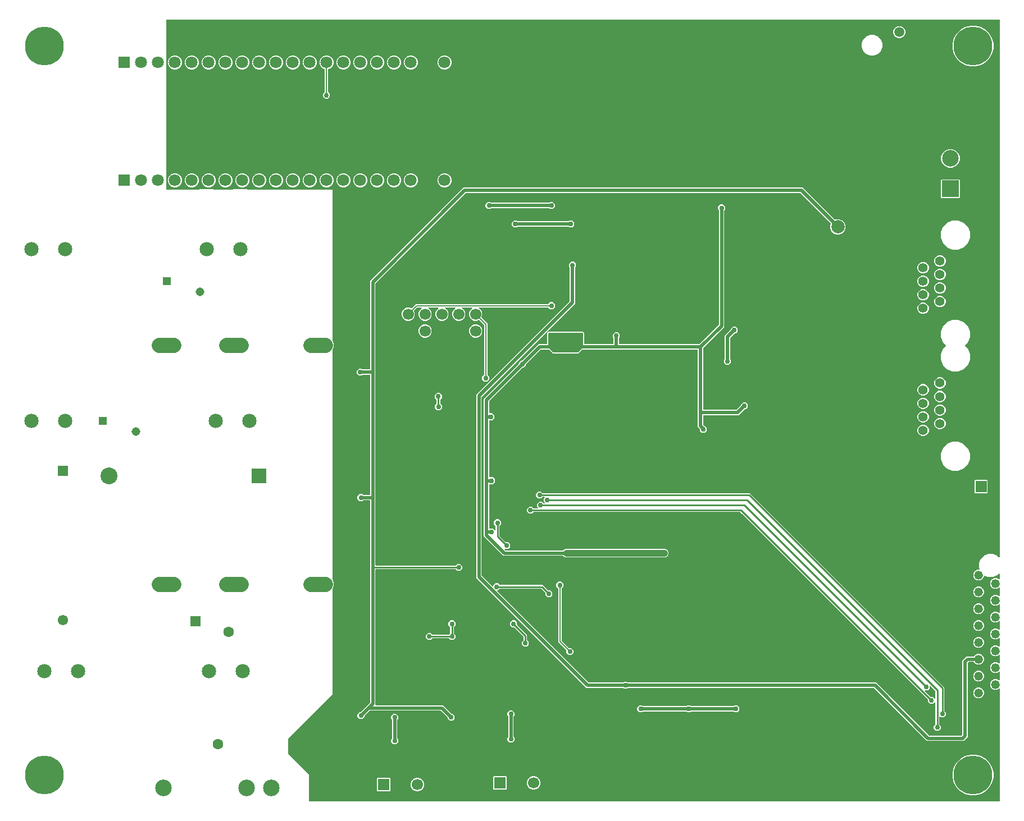
<source format=gbr>
G04 EAGLE Gerber RS-274X export*
G75*
%MOMM*%
%FSLAX34Y34*%
%LPD*%
%INBottom Copper*%
%IPPOS*%
%AMOC8*
5,1,8,0,0,1.08239X$1,22.5*%
G01*
%ADD10R,1.550000X1.550000*%
%ADD11C,1.550000*%
%ADD12C,2.000000*%
%ADD13R,1.508000X1.508000*%
%ADD14C,1.600000*%
%ADD15C,2.250000*%
%ADD16C,2.500000*%
%ADD17R,1.308000X1.308000*%
%ADD18C,1.308000*%
%ADD19R,1.600000X1.600000*%
%ADD20C,1.500000*%
%ADD21C,1.700000*%
%ADD22R,1.700000X1.700000*%
%ADD23C,2.150000*%
%ADD24C,1.408000*%
%ADD25C,1.320800*%
%ADD26C,5.842000*%
%ADD27C,1.800000*%
%ADD28R,1.800000X1.800000*%
%ADD29R,2.500000X2.500000*%
%ADD30R,2.300000X2.300000*%
%ADD31C,2.540000*%
%ADD32C,0.756400*%
%ADD33C,0.706400*%
%ADD34C,0.508000*%
%ADD35C,0.254000*%
%ADD36C,1.016000*%
%ADD37C,0.203200*%
%ADD38C,0.152400*%

G36*
X234257Y1189831D02*
X234257Y1189831D01*
X234199Y1189833D01*
X234117Y1189811D01*
X234033Y1189799D01*
X233980Y1189776D01*
X233924Y1189761D01*
X233851Y1189718D01*
X233774Y1189683D01*
X233729Y1189645D01*
X233679Y1189616D01*
X233621Y1189554D01*
X233557Y1189500D01*
X233525Y1189451D01*
X233485Y1189408D01*
X233446Y1189333D01*
X233399Y1189263D01*
X233382Y1189207D01*
X233355Y1189155D01*
X233344Y1189087D01*
X233314Y1188992D01*
X233311Y1188892D01*
X233300Y1188824D01*
X233300Y934339D01*
X233308Y934281D01*
X233306Y934223D01*
X233328Y934141D01*
X233340Y934058D01*
X233364Y934004D01*
X233378Y933948D01*
X233421Y933875D01*
X233456Y933798D01*
X233494Y933753D01*
X233524Y933703D01*
X233585Y933645D01*
X233640Y933581D01*
X233688Y933549D01*
X233731Y933509D01*
X233806Y933470D01*
X233876Y933424D01*
X233932Y933406D01*
X233984Y933379D01*
X234052Y933368D01*
X234147Y933338D01*
X234247Y933335D01*
X234315Y933324D01*
X281668Y933324D01*
X281789Y933341D01*
X281866Y933343D01*
X285322Y934031D01*
X303198Y934031D01*
X306654Y933343D01*
X306777Y933336D01*
X306852Y933324D01*
X332468Y933324D01*
X332589Y933341D01*
X332666Y933343D01*
X336122Y934031D01*
X353998Y934031D01*
X357454Y933343D01*
X357577Y933336D01*
X357652Y933324D01*
X484379Y933324D01*
X484379Y705842D01*
X484389Y705778D01*
X484390Y705712D01*
X484413Y705632D01*
X484419Y705599D01*
X484428Y705582D01*
X484437Y705551D01*
X486305Y701041D01*
X486305Y695959D01*
X484437Y691449D01*
X484422Y691385D01*
X484397Y691325D01*
X484388Y691242D01*
X484381Y691210D01*
X484382Y691190D01*
X484379Y691158D01*
X484379Y345162D01*
X484389Y345098D01*
X484390Y345032D01*
X484413Y344952D01*
X484419Y344919D01*
X484428Y344902D01*
X484437Y344871D01*
X486305Y340361D01*
X486305Y335279D01*
X484437Y330769D01*
X484422Y330705D01*
X484397Y330645D01*
X484388Y330562D01*
X484381Y330530D01*
X484382Y330510D01*
X484379Y330478D01*
X484379Y171765D01*
X417292Y104678D01*
X417239Y104604D01*
X417179Y104535D01*
X417167Y104505D01*
X417148Y104479D01*
X417121Y104392D01*
X417087Y104307D01*
X417083Y104266D01*
X417076Y104243D01*
X417077Y104211D01*
X417069Y104140D01*
X417069Y82550D01*
X417084Y82460D01*
X417091Y82369D01*
X417103Y82339D01*
X417109Y82307D01*
X417151Y82227D01*
X417187Y82143D01*
X417213Y82111D01*
X417224Y82090D01*
X417247Y82068D01*
X417292Y82012D01*
X448819Y50485D01*
X448819Y10922D01*
X448822Y10902D01*
X448820Y10883D01*
X448842Y10781D01*
X448859Y10679D01*
X448868Y10662D01*
X448872Y10642D01*
X448925Y10553D01*
X448974Y10462D01*
X448988Y10448D01*
X448998Y10431D01*
X449077Y10364D01*
X449152Y10292D01*
X449170Y10284D01*
X449185Y10271D01*
X449281Y10232D01*
X449375Y10189D01*
X449395Y10187D01*
X449413Y10179D01*
X449580Y10161D01*
X1489078Y10161D01*
X1489098Y10164D01*
X1489117Y10162D01*
X1489219Y10184D01*
X1489321Y10200D01*
X1489338Y10210D01*
X1489358Y10214D01*
X1489447Y10267D01*
X1489538Y10316D01*
X1489552Y10330D01*
X1489569Y10340D01*
X1489636Y10419D01*
X1489708Y10494D01*
X1489716Y10512D01*
X1489729Y10527D01*
X1489768Y10623D01*
X1489811Y10717D01*
X1489813Y10737D01*
X1489821Y10755D01*
X1489839Y10922D01*
X1489839Y179836D01*
X1489828Y179906D01*
X1489826Y179978D01*
X1489808Y180027D01*
X1489800Y180078D01*
X1489766Y180142D01*
X1489741Y180209D01*
X1489709Y180250D01*
X1489684Y180296D01*
X1489633Y180345D01*
X1489588Y180401D01*
X1489544Y180429D01*
X1489506Y180465D01*
X1489441Y180495D01*
X1489381Y180534D01*
X1489330Y180547D01*
X1489283Y180569D01*
X1489212Y180577D01*
X1489142Y180594D01*
X1489090Y180590D01*
X1489039Y180596D01*
X1488968Y180581D01*
X1488897Y180575D01*
X1488849Y180555D01*
X1488798Y180544D01*
X1488737Y180507D01*
X1488671Y180479D01*
X1488615Y180434D01*
X1488587Y180417D01*
X1488572Y180400D01*
X1488540Y180374D01*
X1487965Y179799D01*
X1484977Y178561D01*
X1481743Y178561D01*
X1478755Y179799D01*
X1476469Y182085D01*
X1475231Y185073D01*
X1475231Y188307D01*
X1476469Y191295D01*
X1478755Y193581D01*
X1481743Y194819D01*
X1484977Y194819D01*
X1487965Y193581D01*
X1488540Y193006D01*
X1488598Y192964D01*
X1488650Y192915D01*
X1488697Y192893D01*
X1488739Y192862D01*
X1488808Y192841D01*
X1488873Y192811D01*
X1488925Y192805D01*
X1488975Y192790D01*
X1489046Y192792D01*
X1489117Y192784D01*
X1489168Y192795D01*
X1489220Y192796D01*
X1489288Y192821D01*
X1489358Y192836D01*
X1489403Y192863D01*
X1489451Y192881D01*
X1489507Y192926D01*
X1489569Y192963D01*
X1489603Y193002D01*
X1489643Y193035D01*
X1489682Y193095D01*
X1489729Y193149D01*
X1489748Y193198D01*
X1489776Y193242D01*
X1489794Y193311D01*
X1489821Y193378D01*
X1489829Y193449D01*
X1489837Y193480D01*
X1489835Y193503D01*
X1489839Y193544D01*
X1489839Y205236D01*
X1489828Y205306D01*
X1489826Y205378D01*
X1489808Y205427D01*
X1489800Y205478D01*
X1489766Y205542D01*
X1489741Y205609D01*
X1489709Y205650D01*
X1489684Y205696D01*
X1489633Y205745D01*
X1489588Y205801D01*
X1489544Y205829D01*
X1489506Y205865D01*
X1489441Y205895D01*
X1489381Y205934D01*
X1489330Y205947D01*
X1489283Y205969D01*
X1489212Y205977D01*
X1489142Y205994D01*
X1489090Y205990D01*
X1489039Y205996D01*
X1488968Y205981D01*
X1488897Y205975D01*
X1488849Y205955D01*
X1488798Y205944D01*
X1488737Y205907D01*
X1488671Y205879D01*
X1488615Y205834D01*
X1488587Y205817D01*
X1488572Y205800D01*
X1488540Y205774D01*
X1487965Y205199D01*
X1484977Y203961D01*
X1481743Y203961D01*
X1478755Y205199D01*
X1476469Y207485D01*
X1475231Y210473D01*
X1475231Y213707D01*
X1476469Y216695D01*
X1478755Y218981D01*
X1481743Y220219D01*
X1484977Y220219D01*
X1487965Y218981D01*
X1488540Y218406D01*
X1488598Y218364D01*
X1488650Y218315D01*
X1488697Y218293D01*
X1488739Y218262D01*
X1488808Y218241D01*
X1488873Y218211D01*
X1488925Y218205D01*
X1488975Y218190D01*
X1489046Y218192D01*
X1489117Y218184D01*
X1489168Y218195D01*
X1489220Y218196D01*
X1489288Y218221D01*
X1489358Y218236D01*
X1489403Y218263D01*
X1489451Y218281D01*
X1489507Y218326D01*
X1489569Y218363D01*
X1489603Y218402D01*
X1489643Y218435D01*
X1489682Y218495D01*
X1489729Y218549D01*
X1489748Y218598D01*
X1489776Y218642D01*
X1489794Y218711D01*
X1489821Y218778D01*
X1489829Y218849D01*
X1489837Y218880D01*
X1489835Y218903D01*
X1489839Y218944D01*
X1489839Y230636D01*
X1489828Y230706D01*
X1489826Y230778D01*
X1489808Y230827D01*
X1489800Y230878D01*
X1489766Y230942D01*
X1489741Y231009D01*
X1489709Y231050D01*
X1489684Y231096D01*
X1489633Y231145D01*
X1489588Y231201D01*
X1489544Y231229D01*
X1489506Y231265D01*
X1489441Y231295D01*
X1489381Y231334D01*
X1489330Y231347D01*
X1489283Y231369D01*
X1489212Y231377D01*
X1489142Y231394D01*
X1489090Y231390D01*
X1489039Y231396D01*
X1488968Y231381D01*
X1488897Y231375D01*
X1488849Y231355D01*
X1488798Y231344D01*
X1488737Y231307D01*
X1488671Y231279D01*
X1488615Y231234D01*
X1488587Y231217D01*
X1488572Y231200D01*
X1488540Y231174D01*
X1487965Y230599D01*
X1484977Y229361D01*
X1481743Y229361D01*
X1478755Y230599D01*
X1476469Y232885D01*
X1475231Y235873D01*
X1475231Y239107D01*
X1476469Y242095D01*
X1478755Y244381D01*
X1481743Y245619D01*
X1484977Y245619D01*
X1487965Y244381D01*
X1488540Y243806D01*
X1488598Y243764D01*
X1488650Y243715D01*
X1488697Y243693D01*
X1488739Y243662D01*
X1488808Y243641D01*
X1488873Y243611D01*
X1488925Y243605D01*
X1488975Y243590D01*
X1489046Y243592D01*
X1489117Y243584D01*
X1489168Y243595D01*
X1489220Y243596D01*
X1489288Y243621D01*
X1489358Y243636D01*
X1489403Y243663D01*
X1489451Y243681D01*
X1489507Y243726D01*
X1489569Y243763D01*
X1489603Y243802D01*
X1489643Y243835D01*
X1489682Y243895D01*
X1489729Y243949D01*
X1489748Y243998D01*
X1489776Y244042D01*
X1489794Y244111D01*
X1489821Y244178D01*
X1489829Y244249D01*
X1489837Y244280D01*
X1489835Y244303D01*
X1489839Y244344D01*
X1489839Y256036D01*
X1489828Y256106D01*
X1489826Y256178D01*
X1489808Y256227D01*
X1489800Y256278D01*
X1489766Y256342D01*
X1489741Y256409D01*
X1489709Y256450D01*
X1489684Y256496D01*
X1489633Y256545D01*
X1489588Y256601D01*
X1489544Y256629D01*
X1489506Y256665D01*
X1489441Y256695D01*
X1489381Y256734D01*
X1489330Y256747D01*
X1489283Y256769D01*
X1489212Y256777D01*
X1489142Y256794D01*
X1489090Y256790D01*
X1489039Y256796D01*
X1488968Y256781D01*
X1488897Y256775D01*
X1488849Y256755D01*
X1488798Y256744D01*
X1488737Y256707D01*
X1488671Y256679D01*
X1488615Y256634D01*
X1488587Y256617D01*
X1488572Y256600D01*
X1488540Y256574D01*
X1487965Y255999D01*
X1484977Y254761D01*
X1481743Y254761D01*
X1478755Y255999D01*
X1476469Y258285D01*
X1475231Y261273D01*
X1475231Y264507D01*
X1476469Y267495D01*
X1478755Y269781D01*
X1481743Y271019D01*
X1484977Y271019D01*
X1487965Y269781D01*
X1488540Y269206D01*
X1488598Y269164D01*
X1488650Y269115D01*
X1488669Y269106D01*
X1488680Y269096D01*
X1488708Y269085D01*
X1488739Y269062D01*
X1488808Y269041D01*
X1488873Y269011D01*
X1488898Y269008D01*
X1488909Y269004D01*
X1488940Y269001D01*
X1488975Y268990D01*
X1489024Y268991D01*
X1489075Y268986D01*
X1489078Y268986D01*
X1489088Y268987D01*
X1489117Y268984D01*
X1489168Y268995D01*
X1489220Y268996D01*
X1489283Y269019D01*
X1489321Y269025D01*
X1489330Y269030D01*
X1489358Y269036D01*
X1489403Y269063D01*
X1489451Y269081D01*
X1489502Y269121D01*
X1489538Y269141D01*
X1489546Y269149D01*
X1489569Y269163D01*
X1489603Y269202D01*
X1489643Y269235D01*
X1489677Y269287D01*
X1489708Y269319D01*
X1489713Y269331D01*
X1489729Y269349D01*
X1489748Y269398D01*
X1489776Y269442D01*
X1489791Y269498D01*
X1489811Y269542D01*
X1489813Y269558D01*
X1489821Y269578D01*
X1489829Y269649D01*
X1489837Y269680D01*
X1489835Y269703D01*
X1489839Y269744D01*
X1489839Y281436D01*
X1489828Y281506D01*
X1489826Y281578D01*
X1489808Y281627D01*
X1489800Y281678D01*
X1489766Y281742D01*
X1489741Y281809D01*
X1489709Y281850D01*
X1489684Y281896D01*
X1489633Y281945D01*
X1489588Y282001D01*
X1489544Y282029D01*
X1489506Y282065D01*
X1489441Y282095D01*
X1489381Y282134D01*
X1489330Y282147D01*
X1489283Y282169D01*
X1489212Y282177D01*
X1489142Y282194D01*
X1489090Y282190D01*
X1489039Y282196D01*
X1488968Y282181D01*
X1488897Y282175D01*
X1488849Y282155D01*
X1488798Y282144D01*
X1488737Y282107D01*
X1488671Y282079D01*
X1488615Y282034D01*
X1488587Y282017D01*
X1488572Y282000D01*
X1488540Y281974D01*
X1487965Y281399D01*
X1484977Y280161D01*
X1481743Y280161D01*
X1478755Y281399D01*
X1476469Y283685D01*
X1475231Y286673D01*
X1475231Y289907D01*
X1476469Y292895D01*
X1478755Y295181D01*
X1481743Y296419D01*
X1484977Y296419D01*
X1487965Y295181D01*
X1488540Y294606D01*
X1488598Y294564D01*
X1488650Y294515D01*
X1488697Y294493D01*
X1488739Y294462D01*
X1488808Y294441D01*
X1488873Y294411D01*
X1488925Y294405D01*
X1488975Y294390D01*
X1489046Y294392D01*
X1489117Y294384D01*
X1489168Y294395D01*
X1489220Y294396D01*
X1489288Y294421D01*
X1489358Y294436D01*
X1489403Y294463D01*
X1489451Y294481D01*
X1489507Y294526D01*
X1489569Y294563D01*
X1489603Y294602D01*
X1489643Y294635D01*
X1489682Y294695D01*
X1489729Y294749D01*
X1489748Y294798D01*
X1489776Y294842D01*
X1489794Y294911D01*
X1489821Y294978D01*
X1489829Y295049D01*
X1489837Y295080D01*
X1489835Y295103D01*
X1489839Y295144D01*
X1489839Y306836D01*
X1489828Y306906D01*
X1489826Y306978D01*
X1489808Y307027D01*
X1489800Y307078D01*
X1489766Y307142D01*
X1489741Y307209D01*
X1489709Y307250D01*
X1489684Y307296D01*
X1489633Y307345D01*
X1489588Y307401D01*
X1489544Y307429D01*
X1489506Y307465D01*
X1489441Y307495D01*
X1489381Y307534D01*
X1489330Y307547D01*
X1489283Y307569D01*
X1489212Y307577D01*
X1489142Y307594D01*
X1489090Y307590D01*
X1489039Y307596D01*
X1488968Y307581D01*
X1488897Y307575D01*
X1488849Y307555D01*
X1488798Y307544D01*
X1488737Y307507D01*
X1488671Y307479D01*
X1488615Y307434D01*
X1488587Y307417D01*
X1488572Y307400D01*
X1488540Y307374D01*
X1487965Y306799D01*
X1484977Y305561D01*
X1481743Y305561D01*
X1478755Y306799D01*
X1476469Y309085D01*
X1475231Y312073D01*
X1475231Y315307D01*
X1476469Y318295D01*
X1478755Y320581D01*
X1481743Y321819D01*
X1484977Y321819D01*
X1487965Y320581D01*
X1488540Y320006D01*
X1488598Y319964D01*
X1488650Y319915D01*
X1488697Y319893D01*
X1488739Y319862D01*
X1488808Y319841D01*
X1488873Y319811D01*
X1488925Y319805D01*
X1488975Y319790D01*
X1489046Y319792D01*
X1489117Y319784D01*
X1489168Y319795D01*
X1489220Y319796D01*
X1489288Y319821D01*
X1489358Y319836D01*
X1489403Y319863D01*
X1489451Y319881D01*
X1489507Y319926D01*
X1489569Y319963D01*
X1489603Y320002D01*
X1489643Y320035D01*
X1489682Y320095D01*
X1489729Y320149D01*
X1489748Y320198D01*
X1489776Y320242D01*
X1489794Y320311D01*
X1489821Y320378D01*
X1489829Y320449D01*
X1489837Y320480D01*
X1489835Y320503D01*
X1489839Y320544D01*
X1489839Y332236D01*
X1489828Y332306D01*
X1489826Y332378D01*
X1489808Y332427D01*
X1489800Y332478D01*
X1489766Y332542D01*
X1489741Y332609D01*
X1489709Y332650D01*
X1489684Y332696D01*
X1489633Y332745D01*
X1489588Y332801D01*
X1489544Y332829D01*
X1489506Y332865D01*
X1489441Y332895D01*
X1489381Y332934D01*
X1489330Y332947D01*
X1489283Y332969D01*
X1489212Y332977D01*
X1489142Y332994D01*
X1489090Y332990D01*
X1489039Y332996D01*
X1488968Y332981D01*
X1488897Y332975D01*
X1488849Y332955D01*
X1488798Y332944D01*
X1488737Y332907D01*
X1488671Y332879D01*
X1488615Y332834D01*
X1488587Y332817D01*
X1488572Y332800D01*
X1488540Y332774D01*
X1487965Y332199D01*
X1484977Y330961D01*
X1481743Y330961D01*
X1478755Y332199D01*
X1476469Y334485D01*
X1475231Y337473D01*
X1475231Y340707D01*
X1476469Y343695D01*
X1478755Y345981D01*
X1481743Y347219D01*
X1484977Y347219D01*
X1487965Y345981D01*
X1488540Y345406D01*
X1488598Y345364D01*
X1488650Y345315D01*
X1488697Y345293D01*
X1488739Y345262D01*
X1488808Y345241D01*
X1488873Y345211D01*
X1488925Y345205D01*
X1488975Y345190D01*
X1489046Y345192D01*
X1489117Y345184D01*
X1489168Y345195D01*
X1489220Y345196D01*
X1489288Y345221D01*
X1489358Y345236D01*
X1489403Y345263D01*
X1489451Y345281D01*
X1489507Y345326D01*
X1489569Y345363D01*
X1489603Y345402D01*
X1489643Y345435D01*
X1489682Y345495D01*
X1489729Y345549D01*
X1489748Y345598D01*
X1489776Y345642D01*
X1489794Y345711D01*
X1489821Y345778D01*
X1489829Y345849D01*
X1489837Y345880D01*
X1489835Y345903D01*
X1489839Y345944D01*
X1489839Y353105D01*
X1489828Y353176D01*
X1489826Y353248D01*
X1489808Y353297D01*
X1489800Y353348D01*
X1489766Y353411D01*
X1489741Y353479D01*
X1489709Y353519D01*
X1489684Y353566D01*
X1489632Y353615D01*
X1489588Y353671D01*
X1489544Y353699D01*
X1489506Y353735D01*
X1489441Y353765D01*
X1489381Y353804D01*
X1489330Y353817D01*
X1489283Y353839D01*
X1489212Y353846D01*
X1489142Y353864D01*
X1489090Y353860D01*
X1489039Y353866D01*
X1488968Y353850D01*
X1488897Y353845D01*
X1488849Y353824D01*
X1488798Y353813D01*
X1488737Y353777D01*
X1488671Y353748D01*
X1488615Y353704D01*
X1488587Y353687D01*
X1488572Y353669D01*
X1488540Y353644D01*
X1486164Y351268D01*
X1479673Y348579D01*
X1472647Y348579D01*
X1467141Y350860D01*
X1467097Y350870D01*
X1467055Y350890D01*
X1466978Y350898D01*
X1466902Y350916D01*
X1466856Y350912D01*
X1466811Y350917D01*
X1466734Y350900D01*
X1466657Y350893D01*
X1466615Y350874D01*
X1466570Y350864D01*
X1466503Y350825D01*
X1466432Y350793D01*
X1466398Y350762D01*
X1466359Y350738D01*
X1466308Y350679D01*
X1466251Y350626D01*
X1466229Y350586D01*
X1466199Y350551D01*
X1466170Y350479D01*
X1466133Y350411D01*
X1466124Y350366D01*
X1466107Y350323D01*
X1466092Y350187D01*
X1466090Y350177D01*
X1464851Y347185D01*
X1462565Y344899D01*
X1459577Y343661D01*
X1456343Y343661D01*
X1453355Y344899D01*
X1451069Y347185D01*
X1449831Y350173D01*
X1449831Y353407D01*
X1451069Y356395D01*
X1453355Y358681D01*
X1456343Y359919D01*
X1458523Y359919D01*
X1458568Y359926D01*
X1458614Y359924D01*
X1458689Y359946D01*
X1458766Y359958D01*
X1458807Y359980D01*
X1458851Y359993D01*
X1458915Y360037D01*
X1458983Y360074D01*
X1459015Y360107D01*
X1459053Y360133D01*
X1459099Y360196D01*
X1459153Y360252D01*
X1459172Y360294D01*
X1459199Y360330D01*
X1459224Y360404D01*
X1459256Y360475D01*
X1459261Y360521D01*
X1459276Y360564D01*
X1459275Y360642D01*
X1459283Y360719D01*
X1459274Y360764D01*
X1459273Y360810D01*
X1459235Y360942D01*
X1459231Y360960D01*
X1459229Y360964D01*
X1459227Y360971D01*
X1458499Y362727D01*
X1458499Y369753D01*
X1461188Y376244D01*
X1466156Y381212D01*
X1472647Y383901D01*
X1479673Y383901D01*
X1486164Y381212D01*
X1488540Y378836D01*
X1488598Y378794D01*
X1488650Y378745D01*
X1488697Y378723D01*
X1488739Y378693D01*
X1488808Y378672D01*
X1488873Y378641D01*
X1488925Y378636D01*
X1488975Y378620D01*
X1489046Y378622D01*
X1489117Y378614D01*
X1489168Y378625D01*
X1489220Y378627D01*
X1489288Y378651D01*
X1489358Y378667D01*
X1489403Y378693D01*
X1489451Y378711D01*
X1489507Y378756D01*
X1489569Y378793D01*
X1489603Y378832D01*
X1489643Y378865D01*
X1489682Y378925D01*
X1489729Y378980D01*
X1489748Y379028D01*
X1489776Y379072D01*
X1489794Y379141D01*
X1489821Y379208D01*
X1489829Y379279D01*
X1489837Y379310D01*
X1489835Y379334D01*
X1489839Y379375D01*
X1489839Y1189078D01*
X1489836Y1189098D01*
X1489838Y1189117D01*
X1489816Y1189219D01*
X1489800Y1189321D01*
X1489790Y1189338D01*
X1489786Y1189358D01*
X1489733Y1189447D01*
X1489684Y1189538D01*
X1489670Y1189552D01*
X1489660Y1189569D01*
X1489581Y1189636D01*
X1489506Y1189708D01*
X1489488Y1189716D01*
X1489473Y1189729D01*
X1489377Y1189768D01*
X1489283Y1189811D01*
X1489263Y1189813D01*
X1489245Y1189821D01*
X1489078Y1189839D01*
X234315Y1189839D01*
X234257Y1189831D01*
G37*
%LPC*%
G36*
X1393532Y116613D02*
X1393532Y116613D01*
X1390423Y119722D01*
X1390423Y124118D01*
X1392712Y126407D01*
X1392765Y126481D01*
X1392825Y126551D01*
X1392837Y126581D01*
X1392856Y126607D01*
X1392883Y126694D01*
X1392917Y126779D01*
X1392921Y126820D01*
X1392928Y126842D01*
X1392927Y126874D01*
X1392935Y126945D01*
X1392935Y159313D01*
X1392924Y159383D01*
X1392922Y159455D01*
X1392904Y159504D01*
X1392896Y159555D01*
X1392862Y159619D01*
X1392837Y159686D01*
X1392805Y159727D01*
X1392780Y159773D01*
X1392728Y159822D01*
X1392684Y159878D01*
X1392640Y159906D01*
X1392602Y159942D01*
X1392537Y159972D01*
X1392477Y160011D01*
X1392426Y160024D01*
X1392379Y160046D01*
X1392308Y160054D01*
X1392238Y160071D01*
X1392186Y160067D01*
X1392135Y160073D01*
X1392064Y160058D01*
X1391993Y160052D01*
X1391945Y160032D01*
X1391894Y160021D01*
X1391833Y159984D01*
X1391767Y159956D01*
X1391711Y159911D01*
X1391683Y159894D01*
X1391668Y159877D01*
X1391636Y159851D01*
X1389038Y157253D01*
X1384642Y157253D01*
X1381533Y160362D01*
X1381533Y163599D01*
X1381519Y163689D01*
X1381511Y163780D01*
X1381499Y163810D01*
X1381494Y163842D01*
X1381451Y163922D01*
X1381415Y164006D01*
X1381389Y164038D01*
X1381378Y164059D01*
X1381355Y164081D01*
X1381310Y164137D01*
X1098885Y446562D01*
X1098811Y446615D01*
X1098742Y446675D01*
X1098712Y446687D01*
X1098686Y446706D01*
X1098599Y446733D01*
X1098514Y446767D01*
X1098473Y446771D01*
X1098451Y446778D01*
X1098418Y446777D01*
X1098347Y446785D01*
X787345Y446785D01*
X787255Y446771D01*
X787164Y446763D01*
X787135Y446751D01*
X787103Y446746D01*
X787022Y446703D01*
X786938Y446667D01*
X786906Y446641D01*
X786885Y446630D01*
X786863Y446607D01*
X786807Y446562D01*
X784518Y444273D01*
X780122Y444273D01*
X777013Y447382D01*
X777013Y451778D01*
X780122Y454887D01*
X784518Y454887D01*
X786807Y452598D01*
X786881Y452545D01*
X786951Y452485D01*
X786981Y452473D01*
X787007Y452454D01*
X787094Y452427D01*
X787179Y452393D01*
X787220Y452389D01*
X787242Y452382D01*
X787274Y452383D01*
X787345Y452375D01*
X793043Y452375D01*
X793113Y452386D01*
X793185Y452388D01*
X793234Y452406D01*
X793285Y452414D01*
X793349Y452448D01*
X793416Y452473D01*
X793457Y452505D01*
X793503Y452530D01*
X793552Y452582D01*
X793608Y452626D01*
X793636Y452670D01*
X793672Y452708D01*
X793702Y452773D01*
X793741Y452833D01*
X793754Y452884D01*
X793776Y452931D01*
X793784Y453002D01*
X793801Y453072D01*
X793797Y453124D01*
X793803Y453175D01*
X793788Y453246D01*
X793782Y453317D01*
X793762Y453365D01*
X793751Y453416D01*
X793714Y453477D01*
X793686Y453543D01*
X793641Y453599D01*
X793624Y453627D01*
X793607Y453642D01*
X793581Y453674D01*
X792253Y455002D01*
X792253Y459398D01*
X795362Y462507D01*
X799758Y462507D01*
X802047Y460218D01*
X802121Y460165D01*
X802191Y460105D01*
X802221Y460093D01*
X802247Y460074D01*
X802334Y460047D01*
X802419Y460013D01*
X802460Y460009D01*
X802482Y460002D01*
X802514Y460003D01*
X802585Y459995D01*
X803203Y459995D01*
X803273Y460006D01*
X803345Y460008D01*
X803394Y460026D01*
X803445Y460034D01*
X803509Y460068D01*
X803576Y460093D01*
X803617Y460125D01*
X803663Y460150D01*
X803712Y460202D01*
X803768Y460246D01*
X803796Y460290D01*
X803832Y460328D01*
X803862Y460393D01*
X803901Y460453D01*
X803914Y460504D01*
X803936Y460551D01*
X803944Y460622D01*
X803961Y460692D01*
X803957Y460744D01*
X803963Y460795D01*
X803948Y460866D01*
X803942Y460937D01*
X803922Y460985D01*
X803911Y461036D01*
X803874Y461097D01*
X803846Y461163D01*
X803801Y461219D01*
X803784Y461247D01*
X803767Y461262D01*
X803741Y461294D01*
X802413Y462622D01*
X802413Y467018D01*
X803741Y468346D01*
X803783Y468404D01*
X803832Y468456D01*
X803854Y468503D01*
X803884Y468545D01*
X803906Y468614D01*
X803936Y468679D01*
X803941Y468731D01*
X803957Y468781D01*
X803955Y468852D01*
X803963Y468923D01*
X803952Y468974D01*
X803950Y469026D01*
X803926Y469094D01*
X803911Y469164D01*
X803884Y469209D01*
X803866Y469257D01*
X803821Y469313D01*
X803784Y469375D01*
X803745Y469409D01*
X803712Y469449D01*
X803652Y469488D01*
X803597Y469535D01*
X803549Y469554D01*
X803505Y469582D01*
X803436Y469600D01*
X803369Y469627D01*
X803298Y469635D01*
X803267Y469643D01*
X803244Y469641D01*
X803203Y469645D01*
X801315Y469645D01*
X801225Y469631D01*
X801134Y469623D01*
X801105Y469611D01*
X801073Y469606D01*
X800992Y469563D01*
X800908Y469527D01*
X800876Y469501D01*
X800855Y469490D01*
X800833Y469467D01*
X800777Y469422D01*
X798488Y467133D01*
X794092Y467133D01*
X790983Y470242D01*
X790983Y474638D01*
X794092Y477747D01*
X798488Y477747D01*
X800777Y475458D01*
X800851Y475405D01*
X800921Y475345D01*
X800951Y475333D01*
X800977Y475314D01*
X801064Y475287D01*
X801149Y475253D01*
X801190Y475249D01*
X801212Y475242D01*
X801244Y475243D01*
X801315Y475235D01*
X1113485Y475235D01*
X1406145Y182575D01*
X1406145Y147265D01*
X1406159Y147175D01*
X1406167Y147084D01*
X1406179Y147055D01*
X1406184Y147023D01*
X1406227Y146942D01*
X1406263Y146858D01*
X1406289Y146826D01*
X1406300Y146805D01*
X1406323Y146783D01*
X1406368Y146727D01*
X1408657Y144438D01*
X1408657Y140042D01*
X1405548Y136933D01*
X1401152Y136933D01*
X1399824Y138261D01*
X1399766Y138303D01*
X1399714Y138352D01*
X1399667Y138374D01*
X1399625Y138404D01*
X1399556Y138426D01*
X1399491Y138456D01*
X1399439Y138461D01*
X1399389Y138477D01*
X1399318Y138475D01*
X1399247Y138483D01*
X1399196Y138472D01*
X1399144Y138470D01*
X1399076Y138446D01*
X1399006Y138431D01*
X1398961Y138404D01*
X1398913Y138386D01*
X1398857Y138341D01*
X1398795Y138304D01*
X1398761Y138265D01*
X1398721Y138232D01*
X1398682Y138172D01*
X1398635Y138117D01*
X1398616Y138069D01*
X1398588Y138025D01*
X1398570Y137956D01*
X1398543Y137889D01*
X1398535Y137818D01*
X1398527Y137787D01*
X1398529Y137764D01*
X1398525Y137723D01*
X1398525Y126945D01*
X1398539Y126855D01*
X1398547Y126764D01*
X1398559Y126735D01*
X1398564Y126703D01*
X1398607Y126622D01*
X1398643Y126538D01*
X1398669Y126506D01*
X1398680Y126485D01*
X1398703Y126463D01*
X1398748Y126407D01*
X1401037Y124118D01*
X1401037Y119722D01*
X1397928Y116613D01*
X1393532Y116613D01*
G37*
%LPD*%
%LPC*%
G36*
X660742Y131853D02*
X660742Y131853D01*
X657633Y134962D01*
X657633Y136403D01*
X657619Y136493D01*
X657611Y136584D01*
X657599Y136614D01*
X657594Y136646D01*
X657551Y136726D01*
X657515Y136810D01*
X657489Y136842D01*
X657478Y136863D01*
X657455Y136885D01*
X657410Y136941D01*
X647509Y146842D01*
X647435Y146895D01*
X647366Y146955D01*
X647336Y146967D01*
X647310Y146986D01*
X647223Y147013D01*
X647138Y147047D01*
X647097Y147051D01*
X647074Y147058D01*
X647042Y147057D01*
X646971Y147065D01*
X540479Y147065D01*
X540389Y147051D01*
X540298Y147043D01*
X540268Y147031D01*
X540236Y147026D01*
X540156Y146983D01*
X540072Y146947D01*
X540040Y146921D01*
X540019Y146910D01*
X539997Y146887D01*
X539941Y146842D01*
X532580Y139481D01*
X532527Y139407D01*
X532467Y139338D01*
X532455Y139308D01*
X532436Y139282D01*
X532409Y139195D01*
X532375Y139110D01*
X532371Y139069D01*
X532364Y139046D01*
X532365Y139014D01*
X532357Y138943D01*
X532357Y137502D01*
X529248Y134393D01*
X524852Y134393D01*
X521743Y137502D01*
X521743Y141898D01*
X524852Y145007D01*
X526293Y145007D01*
X526383Y145021D01*
X526474Y145029D01*
X526504Y145041D01*
X526536Y145046D01*
X526616Y145089D01*
X526700Y145125D01*
X526732Y145151D01*
X526753Y145162D01*
X526775Y145185D01*
X526831Y145230D01*
X540542Y158941D01*
X540595Y159015D01*
X540655Y159084D01*
X540667Y159114D01*
X540686Y159140D01*
X540713Y159227D01*
X540747Y159312D01*
X540751Y159353D01*
X540758Y159376D01*
X540757Y159408D01*
X540765Y159479D01*
X540765Y463804D01*
X540762Y463824D01*
X540764Y463843D01*
X540742Y463945D01*
X540726Y464047D01*
X540716Y464064D01*
X540712Y464084D01*
X540659Y464173D01*
X540610Y464264D01*
X540596Y464278D01*
X540586Y464295D01*
X540507Y464362D01*
X540432Y464434D01*
X540414Y464442D01*
X540399Y464455D01*
X540303Y464494D01*
X540209Y464537D01*
X540189Y464539D01*
X540171Y464547D01*
X540004Y464565D01*
X530805Y464565D01*
X530715Y464551D01*
X530624Y464543D01*
X530595Y464531D01*
X530563Y464526D01*
X530482Y464483D01*
X530398Y464447D01*
X530366Y464421D01*
X530345Y464410D01*
X530323Y464387D01*
X530267Y464342D01*
X529248Y463323D01*
X524852Y463323D01*
X521743Y466432D01*
X521743Y470828D01*
X524852Y473937D01*
X529248Y473937D01*
X530267Y472918D01*
X530341Y472865D01*
X530411Y472805D01*
X530441Y472793D01*
X530467Y472774D01*
X530554Y472747D01*
X530639Y472713D01*
X530680Y472709D01*
X530702Y472702D01*
X530734Y472703D01*
X530805Y472695D01*
X540004Y472695D01*
X540024Y472698D01*
X540043Y472696D01*
X540145Y472718D01*
X540247Y472734D01*
X540264Y472744D01*
X540284Y472748D01*
X540373Y472801D01*
X540464Y472850D01*
X540478Y472864D01*
X540495Y472874D01*
X540562Y472953D01*
X540634Y473028D01*
X540642Y473046D01*
X540655Y473061D01*
X540694Y473157D01*
X540737Y473251D01*
X540739Y473271D01*
X540747Y473289D01*
X540765Y473456D01*
X540765Y653034D01*
X540762Y653054D01*
X540764Y653073D01*
X540742Y653175D01*
X540726Y653277D01*
X540716Y653294D01*
X540712Y653314D01*
X540659Y653403D01*
X540610Y653494D01*
X540596Y653508D01*
X540586Y653525D01*
X540507Y653592D01*
X540432Y653664D01*
X540414Y653672D01*
X540399Y653685D01*
X540303Y653724D01*
X540209Y653767D01*
X540189Y653769D01*
X540171Y653777D01*
X540004Y653795D01*
X529535Y653795D01*
X529445Y653781D01*
X529354Y653773D01*
X529325Y653761D01*
X529293Y653756D01*
X529212Y653713D01*
X529128Y653677D01*
X529096Y653651D01*
X529075Y653640D01*
X529053Y653617D01*
X528997Y653572D01*
X527978Y652553D01*
X523582Y652553D01*
X520473Y655662D01*
X520473Y660058D01*
X523582Y663167D01*
X527978Y663167D01*
X528997Y662148D01*
X529071Y662095D01*
X529141Y662035D01*
X529171Y662023D01*
X529197Y662004D01*
X529284Y661977D01*
X529369Y661943D01*
X529410Y661939D01*
X529432Y661932D01*
X529464Y661933D01*
X529535Y661925D01*
X540004Y661925D01*
X540024Y661928D01*
X540043Y661926D01*
X540145Y661948D01*
X540247Y661964D01*
X540264Y661974D01*
X540284Y661978D01*
X540373Y662031D01*
X540464Y662080D01*
X540478Y662094D01*
X540495Y662104D01*
X540562Y662183D01*
X540634Y662258D01*
X540642Y662276D01*
X540655Y662291D01*
X540694Y662387D01*
X540737Y662481D01*
X540739Y662501D01*
X540747Y662519D01*
X540765Y662686D01*
X540765Y795434D01*
X681576Y936245D01*
X1192544Y936245D01*
X1240754Y888034D01*
X1240849Y887966D01*
X1240943Y887896D01*
X1240949Y887894D01*
X1240954Y887890D01*
X1241065Y887856D01*
X1241177Y887820D01*
X1241183Y887820D01*
X1241189Y887818D01*
X1241306Y887821D01*
X1241423Y887822D01*
X1241430Y887824D01*
X1241435Y887824D01*
X1241453Y887831D01*
X1241584Y887869D01*
X1243578Y888695D01*
X1248162Y888695D01*
X1252398Y886940D01*
X1255640Y883698D01*
X1257395Y879462D01*
X1257395Y874878D01*
X1255640Y870642D01*
X1252398Y867400D01*
X1248162Y865645D01*
X1243578Y865645D01*
X1239342Y867400D01*
X1236100Y870642D01*
X1234345Y874878D01*
X1234345Y879462D01*
X1235171Y881456D01*
X1235198Y881570D01*
X1235226Y881683D01*
X1235226Y881689D01*
X1235227Y881695D01*
X1235216Y881812D01*
X1235207Y881928D01*
X1235205Y881934D01*
X1235204Y881940D01*
X1235156Y882048D01*
X1235111Y882155D01*
X1235106Y882160D01*
X1235104Y882165D01*
X1235091Y882179D01*
X1235006Y882286D01*
X1189399Y927892D01*
X1189325Y927945D01*
X1189256Y928005D01*
X1189226Y928017D01*
X1189200Y928036D01*
X1189113Y928063D01*
X1189028Y928097D01*
X1188987Y928101D01*
X1188964Y928108D01*
X1188932Y928107D01*
X1188861Y928115D01*
X685259Y928115D01*
X685169Y928101D01*
X685078Y928093D01*
X685048Y928081D01*
X685016Y928076D01*
X684936Y928033D01*
X684852Y927997D01*
X684820Y927971D01*
X684799Y927960D01*
X684777Y927937D01*
X684721Y927892D01*
X549118Y792289D01*
X549065Y792215D01*
X549005Y792146D01*
X548993Y792116D01*
X548974Y792090D01*
X548947Y792003D01*
X548913Y791918D01*
X548909Y791877D01*
X548902Y791854D01*
X548903Y791822D01*
X548895Y791751D01*
X548895Y366776D01*
X548898Y366756D01*
X548896Y366737D01*
X548918Y366635D01*
X548934Y366533D01*
X548944Y366516D01*
X548948Y366496D01*
X549001Y366407D01*
X549050Y366316D01*
X549064Y366302D01*
X549074Y366285D01*
X549153Y366218D01*
X549228Y366146D01*
X549246Y366138D01*
X549261Y366125D01*
X549357Y366086D01*
X549451Y366043D01*
X549471Y366041D01*
X549489Y366033D01*
X549656Y366015D01*
X669345Y366015D01*
X669435Y366029D01*
X669526Y366037D01*
X669555Y366049D01*
X669587Y366054D01*
X669668Y366097D01*
X669752Y366133D01*
X669784Y366159D01*
X669805Y366170D01*
X669827Y366193D01*
X669883Y366238D01*
X672172Y368527D01*
X676568Y368527D01*
X679677Y365418D01*
X679677Y361022D01*
X676568Y357913D01*
X672172Y357913D01*
X669883Y360202D01*
X669809Y360255D01*
X669739Y360315D01*
X669709Y360327D01*
X669683Y360346D01*
X669596Y360373D01*
X669511Y360407D01*
X669470Y360411D01*
X669448Y360418D01*
X669416Y360417D01*
X669345Y360425D01*
X549656Y360425D01*
X549636Y360422D01*
X549617Y360424D01*
X549515Y360402D01*
X549413Y360386D01*
X549396Y360376D01*
X549376Y360372D01*
X549287Y360319D01*
X549196Y360270D01*
X549182Y360256D01*
X549165Y360246D01*
X549098Y360167D01*
X549026Y360092D01*
X549018Y360074D01*
X549005Y360059D01*
X548966Y359963D01*
X548923Y359869D01*
X548921Y359849D01*
X548913Y359831D01*
X548895Y359664D01*
X548895Y155956D01*
X548898Y155936D01*
X548896Y155917D01*
X548918Y155815D01*
X548934Y155713D01*
X548944Y155696D01*
X548948Y155676D01*
X549001Y155587D01*
X549050Y155496D01*
X549064Y155482D01*
X549074Y155465D01*
X549153Y155398D01*
X549228Y155326D01*
X549246Y155318D01*
X549261Y155305D01*
X549357Y155266D01*
X549451Y155223D01*
X549471Y155221D01*
X549489Y155213D01*
X549656Y155195D01*
X650654Y155195D01*
X663159Y142690D01*
X663233Y142637D01*
X663302Y142577D01*
X663332Y142565D01*
X663358Y142546D01*
X663445Y142519D01*
X663530Y142485D01*
X663571Y142481D01*
X663594Y142474D01*
X663626Y142475D01*
X663697Y142467D01*
X665138Y142467D01*
X668247Y139358D01*
X668247Y134962D01*
X665138Y131853D01*
X660742Y131853D01*
G37*
%LPD*%
%LPC*%
G36*
X835616Y378205D02*
X835616Y378205D01*
X833189Y379211D01*
X831877Y380522D01*
X831803Y380575D01*
X831734Y380635D01*
X831704Y380647D01*
X831677Y380666D01*
X831590Y380693D01*
X831506Y380727D01*
X831465Y380731D01*
X831442Y380738D01*
X831410Y380737D01*
X831339Y380745D01*
X741266Y380745D01*
X712215Y409796D01*
X712215Y617634D01*
X714819Y620238D01*
X764725Y670144D01*
X764778Y670218D01*
X764838Y670287D01*
X764850Y670317D01*
X764869Y670343D01*
X764896Y670430D01*
X764930Y670515D01*
X764934Y670556D01*
X764941Y670578D01*
X764940Y670611D01*
X764948Y670682D01*
X764948Y672123D01*
X768057Y675232D01*
X769498Y675232D01*
X769588Y675246D01*
X769679Y675254D01*
X769709Y675266D01*
X769741Y675271D01*
X769821Y675314D01*
X769905Y675350D01*
X769937Y675376D01*
X769958Y675387D01*
X769980Y675410D01*
X770036Y675455D01*
X794606Y700025D01*
X807212Y700025D01*
X807232Y700028D01*
X807251Y700026D01*
X807353Y700048D01*
X807455Y700064D01*
X807472Y700074D01*
X807492Y700078D01*
X807581Y700131D01*
X807672Y700180D01*
X807686Y700194D01*
X807703Y700204D01*
X807770Y700283D01*
X807842Y700358D01*
X807850Y700376D01*
X807863Y700391D01*
X807902Y700487D01*
X807945Y700581D01*
X807947Y700601D01*
X807955Y700619D01*
X807973Y700786D01*
X807973Y717227D01*
X809313Y718567D01*
X862007Y718567D01*
X863347Y717227D01*
X863347Y700786D01*
X863350Y700766D01*
X863348Y700747D01*
X863370Y700645D01*
X863386Y700543D01*
X863396Y700526D01*
X863400Y700506D01*
X863453Y700417D01*
X863502Y700326D01*
X863516Y700312D01*
X863526Y700295D01*
X863605Y700228D01*
X863680Y700156D01*
X863698Y700148D01*
X863713Y700135D01*
X863809Y700096D01*
X863903Y700053D01*
X863923Y700051D01*
X863941Y700043D01*
X864108Y700025D01*
X907034Y700025D01*
X907054Y700028D01*
X907073Y700026D01*
X907175Y700048D01*
X907277Y700064D01*
X907294Y700074D01*
X907314Y700078D01*
X907403Y700131D01*
X907494Y700180D01*
X907508Y700194D01*
X907525Y700204D01*
X907592Y700283D01*
X907664Y700358D01*
X907672Y700376D01*
X907685Y700391D01*
X907724Y700487D01*
X907767Y700581D01*
X907769Y700601D01*
X907777Y700619D01*
X907795Y700786D01*
X907795Y709105D01*
X907781Y709195D01*
X907773Y709286D01*
X907761Y709315D01*
X907756Y709347D01*
X907713Y709428D01*
X907677Y709512D01*
X907651Y709544D01*
X907640Y709565D01*
X907617Y709587D01*
X907572Y709643D01*
X906553Y710662D01*
X906553Y715058D01*
X909662Y718167D01*
X914058Y718167D01*
X917167Y715058D01*
X917167Y710662D01*
X916148Y709643D01*
X916095Y709569D01*
X916035Y709499D01*
X916023Y709469D01*
X916004Y709443D01*
X915977Y709356D01*
X915943Y709271D01*
X915939Y709230D01*
X915932Y709208D01*
X915933Y709176D01*
X915925Y709105D01*
X915925Y700786D01*
X915928Y700766D01*
X915926Y700747D01*
X915948Y700645D01*
X915964Y700543D01*
X915974Y700526D01*
X915978Y700506D01*
X916031Y700417D01*
X916080Y700326D01*
X916094Y700312D01*
X916104Y700295D01*
X916183Y700228D01*
X916258Y700156D01*
X916276Y700148D01*
X916291Y700135D01*
X916387Y700096D01*
X916481Y700053D01*
X916501Y700051D01*
X916519Y700043D01*
X916686Y700025D01*
X1036861Y700025D01*
X1036951Y700039D01*
X1037042Y700047D01*
X1037072Y700059D01*
X1037104Y700064D01*
X1037184Y700107D01*
X1037268Y700143D01*
X1037300Y700169D01*
X1037321Y700180D01*
X1037343Y700203D01*
X1037399Y700248D01*
X1066322Y729171D01*
X1066375Y729245D01*
X1066435Y729314D01*
X1066447Y729344D01*
X1066466Y729370D01*
X1066493Y729457D01*
X1066527Y729542D01*
X1066531Y729583D01*
X1066538Y729605D01*
X1066537Y729638D01*
X1066545Y729709D01*
X1066545Y901755D01*
X1066531Y901845D01*
X1066523Y901936D01*
X1066511Y901965D01*
X1066506Y901997D01*
X1066463Y902078D01*
X1066427Y902162D01*
X1066401Y902194D01*
X1066390Y902215D01*
X1066367Y902237D01*
X1066322Y902293D01*
X1065303Y903312D01*
X1065303Y907708D01*
X1068412Y910817D01*
X1072808Y910817D01*
X1075917Y907708D01*
X1075917Y903312D01*
X1074898Y902293D01*
X1074845Y902219D01*
X1074785Y902149D01*
X1074773Y902119D01*
X1074754Y902093D01*
X1074727Y902006D01*
X1074693Y901921D01*
X1074689Y901880D01*
X1074682Y901858D01*
X1074683Y901826D01*
X1074675Y901755D01*
X1074675Y726026D01*
X1072071Y723422D01*
X1043148Y694499D01*
X1043095Y694425D01*
X1043035Y694356D01*
X1043023Y694326D01*
X1043004Y694300D01*
X1042977Y694213D01*
X1042943Y694128D01*
X1042939Y694087D01*
X1042932Y694064D01*
X1042933Y694032D01*
X1042925Y693961D01*
X1042925Y601726D01*
X1042928Y601706D01*
X1042926Y601687D01*
X1042948Y601585D01*
X1042964Y601483D01*
X1042974Y601466D01*
X1042978Y601446D01*
X1043031Y601357D01*
X1043080Y601266D01*
X1043094Y601252D01*
X1043104Y601235D01*
X1043183Y601168D01*
X1043258Y601096D01*
X1043276Y601088D01*
X1043291Y601075D01*
X1043387Y601036D01*
X1043481Y600993D01*
X1043501Y600991D01*
X1043519Y600983D01*
X1043686Y600965D01*
X1092741Y600965D01*
X1092831Y600979D01*
X1092922Y600987D01*
X1092952Y600999D01*
X1092984Y601004D01*
X1093064Y601047D01*
X1093148Y601083D01*
X1093180Y601109D01*
X1093201Y601120D01*
X1093223Y601143D01*
X1093279Y601188D01*
X1099370Y607279D01*
X1099423Y607353D01*
X1099483Y607422D01*
X1099495Y607452D01*
X1099514Y607478D01*
X1099541Y607565D01*
X1099575Y607650D01*
X1099579Y607691D01*
X1099586Y607714D01*
X1099585Y607746D01*
X1099593Y607817D01*
X1099593Y609258D01*
X1102702Y612367D01*
X1107098Y612367D01*
X1110207Y609258D01*
X1110207Y604862D01*
X1107098Y601753D01*
X1105657Y601753D01*
X1105567Y601739D01*
X1105476Y601731D01*
X1105446Y601719D01*
X1105414Y601714D01*
X1105334Y601671D01*
X1105250Y601635D01*
X1105218Y601609D01*
X1105197Y601598D01*
X1105175Y601575D01*
X1105119Y601530D01*
X1096424Y592835D01*
X1043686Y592835D01*
X1043666Y592832D01*
X1043647Y592834D01*
X1043545Y592812D01*
X1043443Y592796D01*
X1043426Y592786D01*
X1043406Y592782D01*
X1043317Y592729D01*
X1043226Y592680D01*
X1043212Y592666D01*
X1043195Y592656D01*
X1043128Y592577D01*
X1043056Y592502D01*
X1043048Y592484D01*
X1043035Y592469D01*
X1042996Y592373D01*
X1042953Y592279D01*
X1042951Y592259D01*
X1042943Y592241D01*
X1042925Y592074D01*
X1042925Y578579D01*
X1042939Y578489D01*
X1042947Y578398D01*
X1042959Y578368D01*
X1042964Y578336D01*
X1043007Y578256D01*
X1043043Y578172D01*
X1043069Y578140D01*
X1043080Y578119D01*
X1043103Y578097D01*
X1043148Y578041D01*
X1044159Y577030D01*
X1044233Y576977D01*
X1044302Y576917D01*
X1044332Y576905D01*
X1044358Y576886D01*
X1044445Y576859D01*
X1044530Y576825D01*
X1044571Y576821D01*
X1044594Y576814D01*
X1044626Y576815D01*
X1044697Y576807D01*
X1045258Y576807D01*
X1048367Y573698D01*
X1048367Y569302D01*
X1045258Y566193D01*
X1040862Y566193D01*
X1037753Y569302D01*
X1037753Y571623D01*
X1037739Y571713D01*
X1037731Y571804D01*
X1037719Y571834D01*
X1037714Y571866D01*
X1037671Y571946D01*
X1037635Y572030D01*
X1037609Y572062D01*
X1037598Y572083D01*
X1037575Y572105D01*
X1037530Y572161D01*
X1034795Y574896D01*
X1034795Y691134D01*
X1034792Y691154D01*
X1034794Y691173D01*
X1034772Y691274D01*
X1034756Y691377D01*
X1034746Y691394D01*
X1034742Y691414D01*
X1034689Y691503D01*
X1034640Y691594D01*
X1034626Y691608D01*
X1034616Y691625D01*
X1034537Y691692D01*
X1034462Y691764D01*
X1034444Y691772D01*
X1034429Y691785D01*
X1034333Y691824D01*
X1034239Y691867D01*
X1034219Y691869D01*
X1034201Y691877D01*
X1034034Y691895D01*
X860545Y691895D01*
X860454Y691881D01*
X860364Y691873D01*
X860334Y691861D01*
X860302Y691856D01*
X860221Y691813D01*
X860137Y691777D01*
X860105Y691751D01*
X860084Y691740D01*
X860062Y691717D01*
X860006Y691672D01*
X854387Y686053D01*
X816933Y686053D01*
X811314Y691672D01*
X811240Y691725D01*
X811170Y691785D01*
X811140Y691797D01*
X811114Y691816D01*
X811027Y691843D01*
X810942Y691877D01*
X810901Y691881D01*
X810879Y691888D01*
X810847Y691887D01*
X810775Y691895D01*
X798289Y691895D01*
X798199Y691881D01*
X798108Y691873D01*
X798078Y691861D01*
X798046Y691856D01*
X797966Y691813D01*
X797882Y691777D01*
X797850Y691751D01*
X797829Y691740D01*
X797807Y691717D01*
X797751Y691672D01*
X775785Y669706D01*
X775732Y669632D01*
X775672Y669563D01*
X775660Y669533D01*
X775641Y669507D01*
X775614Y669420D01*
X775580Y669335D01*
X775576Y669294D01*
X775569Y669272D01*
X775570Y669239D01*
X775562Y669168D01*
X775562Y667727D01*
X772453Y664618D01*
X771012Y664618D01*
X770922Y664604D01*
X770831Y664596D01*
X770801Y664584D01*
X770769Y664579D01*
X770689Y664536D01*
X770605Y664500D01*
X770573Y664474D01*
X770552Y664463D01*
X770530Y664440D01*
X770474Y664395D01*
X720568Y614489D01*
X720515Y614415D01*
X720455Y614346D01*
X720443Y614316D01*
X720424Y614290D01*
X720397Y614203D01*
X720363Y614118D01*
X720359Y614077D01*
X720352Y614055D01*
X720353Y614022D01*
X720345Y613951D01*
X720345Y596618D01*
X720348Y596598D01*
X720346Y596579D01*
X720368Y596477D01*
X720384Y596375D01*
X720394Y596358D01*
X720398Y596338D01*
X720451Y596249D01*
X720500Y596158D01*
X720514Y596144D01*
X720524Y596127D01*
X720603Y596060D01*
X720678Y595988D01*
X720696Y595980D01*
X720711Y595967D01*
X720807Y595928D01*
X720901Y595885D01*
X720921Y595883D01*
X720939Y595875D01*
X721106Y595857D01*
X724828Y595857D01*
X727937Y592748D01*
X727937Y588352D01*
X724828Y585243D01*
X721106Y585243D01*
X721086Y585240D01*
X721067Y585242D01*
X720965Y585220D01*
X720863Y585204D01*
X720846Y585194D01*
X720826Y585190D01*
X720737Y585137D01*
X720646Y585088D01*
X720632Y585074D01*
X720615Y585064D01*
X720548Y584985D01*
X720476Y584910D01*
X720468Y584892D01*
X720455Y584877D01*
X720416Y584781D01*
X720373Y584687D01*
X720371Y584667D01*
X720363Y584649D01*
X720345Y584482D01*
X720345Y499817D01*
X720356Y499747D01*
X720358Y499675D01*
X720376Y499626D01*
X720384Y499575D01*
X720418Y499511D01*
X720443Y499444D01*
X720475Y499403D01*
X720500Y499357D01*
X720551Y499308D01*
X720596Y499252D01*
X720640Y499224D01*
X720678Y499188D01*
X720743Y499158D01*
X720803Y499119D01*
X720854Y499106D01*
X720901Y499084D01*
X720972Y499076D01*
X721042Y499059D01*
X721094Y499063D01*
X721145Y499057D01*
X721216Y499072D01*
X721287Y499078D01*
X721335Y499098D01*
X721386Y499109D01*
X721447Y499146D01*
X721513Y499174D01*
X721569Y499219D01*
X721597Y499236D01*
X721612Y499253D01*
X721644Y499279D01*
X721702Y499337D01*
X726098Y499337D01*
X729207Y496228D01*
X729207Y491832D01*
X726098Y488723D01*
X721702Y488723D01*
X721644Y488781D01*
X721586Y488823D01*
X721534Y488872D01*
X721487Y488894D01*
X721445Y488924D01*
X721376Y488946D01*
X721311Y488976D01*
X721259Y488981D01*
X721209Y488997D01*
X721138Y488995D01*
X721067Y489003D01*
X721016Y488992D01*
X720964Y488990D01*
X720896Y488966D01*
X720826Y488951D01*
X720781Y488924D01*
X720733Y488906D01*
X720677Y488861D01*
X720615Y488824D01*
X720581Y488785D01*
X720541Y488752D01*
X720502Y488692D01*
X720455Y488637D01*
X720436Y488589D01*
X720408Y488545D01*
X720390Y488476D01*
X720363Y488409D01*
X720355Y488338D01*
X720347Y488307D01*
X720349Y488284D01*
X720345Y488243D01*
X720345Y422347D01*
X720356Y422277D01*
X720358Y422205D01*
X720376Y422156D01*
X720384Y422105D01*
X720418Y422041D01*
X720443Y421974D01*
X720475Y421933D01*
X720500Y421887D01*
X720551Y421838D01*
X720596Y421782D01*
X720640Y421754D01*
X720678Y421718D01*
X720743Y421688D01*
X720803Y421649D01*
X720854Y421636D01*
X720901Y421614D01*
X720972Y421606D01*
X721042Y421589D01*
X721094Y421593D01*
X721145Y421587D01*
X721216Y421602D01*
X721287Y421608D01*
X721335Y421628D01*
X721386Y421639D01*
X721447Y421676D01*
X721513Y421704D01*
X721569Y421749D01*
X721597Y421766D01*
X721612Y421783D01*
X721644Y421809D01*
X721702Y421867D01*
X726098Y421867D01*
X728696Y419269D01*
X728754Y419227D01*
X728806Y419178D01*
X728853Y419156D01*
X728895Y419126D01*
X728964Y419104D01*
X729029Y419074D01*
X729081Y419069D01*
X729131Y419053D01*
X729202Y419055D01*
X729273Y419047D01*
X729324Y419058D01*
X729376Y419060D01*
X729444Y419084D01*
X729514Y419099D01*
X729559Y419126D01*
X729607Y419144D01*
X729663Y419189D01*
X729725Y419226D01*
X729759Y419265D01*
X729799Y419298D01*
X729838Y419358D01*
X729885Y419413D01*
X729904Y419461D01*
X729932Y419505D01*
X729950Y419574D01*
X729977Y419641D01*
X729985Y419712D01*
X729993Y419743D01*
X729991Y419766D01*
X729995Y419807D01*
X729995Y425505D01*
X729981Y425595D01*
X729973Y425686D01*
X729961Y425715D01*
X729956Y425747D01*
X729913Y425828D01*
X729877Y425912D01*
X729851Y425944D01*
X729840Y425965D01*
X729817Y425987D01*
X729772Y426043D01*
X727483Y428332D01*
X727483Y432728D01*
X730592Y435837D01*
X734988Y435837D01*
X738097Y432728D01*
X738097Y428332D01*
X735808Y426043D01*
X735755Y425969D01*
X735695Y425899D01*
X735683Y425869D01*
X735664Y425843D01*
X735637Y425756D01*
X735603Y425671D01*
X735599Y425630D01*
X735592Y425608D01*
X735593Y425576D01*
X735585Y425505D01*
X735585Y411683D01*
X735599Y411593D01*
X735607Y411502D01*
X735619Y411472D01*
X735624Y411440D01*
X735667Y411360D01*
X735703Y411276D01*
X735729Y411244D01*
X735740Y411223D01*
X735763Y411201D01*
X735808Y411145D01*
X745183Y401770D01*
X745257Y401717D01*
X745326Y401657D01*
X745356Y401645D01*
X745382Y401626D01*
X745469Y401599D01*
X745554Y401565D01*
X745595Y401561D01*
X745617Y401554D01*
X745650Y401555D01*
X745721Y401547D01*
X748958Y401547D01*
X752067Y398438D01*
X752067Y394042D01*
X748958Y390933D01*
X744413Y390933D01*
X744342Y390922D01*
X744270Y390920D01*
X744222Y390902D01*
X744170Y390894D01*
X744107Y390860D01*
X744039Y390835D01*
X743999Y390803D01*
X743953Y390778D01*
X743903Y390726D01*
X743847Y390682D01*
X743819Y390638D01*
X743783Y390600D01*
X743753Y390535D01*
X743714Y390475D01*
X743702Y390424D01*
X743680Y390377D01*
X743672Y390306D01*
X743654Y390236D01*
X743658Y390184D01*
X743653Y390133D01*
X743668Y390062D01*
X743674Y389991D01*
X743694Y389943D01*
X743705Y389892D01*
X743742Y389831D01*
X743770Y389765D01*
X743815Y389709D01*
X743831Y389681D01*
X743849Y389666D01*
X743875Y389634D01*
X744411Y389098D01*
X744485Y389044D01*
X744554Y388985D01*
X744584Y388973D01*
X744610Y388954D01*
X744698Y388927D01*
X744782Y388893D01*
X744823Y388889D01*
X744846Y388882D01*
X744878Y388883D01*
X744949Y388875D01*
X831339Y388875D01*
X831429Y388889D01*
X831520Y388897D01*
X831550Y388909D01*
X831582Y388914D01*
X831662Y388957D01*
X831746Y388993D01*
X831778Y389019D01*
X831799Y389030D01*
X831821Y389053D01*
X831877Y389098D01*
X833189Y390409D01*
X835616Y391415D01*
X985564Y391415D01*
X987991Y390409D01*
X989849Y388551D01*
X990855Y386124D01*
X990855Y383496D01*
X989849Y381069D01*
X987991Y379211D01*
X985564Y378205D01*
X835616Y378205D01*
G37*
%LPD*%
%LPC*%
G36*
X1380076Y101345D02*
X1380076Y101345D01*
X1300289Y181132D01*
X1300215Y181185D01*
X1300146Y181245D01*
X1300116Y181257D01*
X1300090Y181276D01*
X1300003Y181303D01*
X1299918Y181337D01*
X1299877Y181341D01*
X1299854Y181348D01*
X1299822Y181347D01*
X1299751Y181355D01*
X929585Y181355D01*
X929495Y181341D01*
X929404Y181333D01*
X929375Y181321D01*
X929343Y181316D01*
X929262Y181273D01*
X929178Y181237D01*
X929146Y181211D01*
X929125Y181200D01*
X929103Y181177D01*
X929047Y181132D01*
X928028Y180113D01*
X923632Y180113D01*
X922613Y181132D01*
X922539Y181185D01*
X922469Y181245D01*
X922439Y181257D01*
X922413Y181276D01*
X922326Y181303D01*
X922241Y181337D01*
X922200Y181341D01*
X922178Y181348D01*
X922146Y181347D01*
X922075Y181355D01*
X866996Y181355D01*
X700785Y347566D01*
X700785Y623984D01*
X841532Y764731D01*
X841585Y764805D01*
X841645Y764874D01*
X841657Y764904D01*
X841676Y764930D01*
X841703Y765017D01*
X841737Y765102D01*
X841741Y765143D01*
X841748Y765166D01*
X841747Y765198D01*
X841755Y765269D01*
X841755Y815395D01*
X841741Y815485D01*
X841733Y815576D01*
X841721Y815605D01*
X841716Y815637D01*
X841673Y815718D01*
X841637Y815802D01*
X841611Y815834D01*
X841600Y815855D01*
X841577Y815877D01*
X841532Y815933D01*
X840513Y816952D01*
X840513Y821348D01*
X843622Y824457D01*
X848018Y824457D01*
X851127Y821348D01*
X851127Y816952D01*
X850108Y815933D01*
X850055Y815859D01*
X849995Y815789D01*
X849983Y815759D01*
X849964Y815733D01*
X849937Y815646D01*
X849903Y815561D01*
X849899Y815520D01*
X849892Y815498D01*
X849893Y815466D01*
X849885Y815395D01*
X849885Y761586D01*
X709138Y620839D01*
X709085Y620765D01*
X709025Y620696D01*
X709013Y620666D01*
X708994Y620640D01*
X708967Y620553D01*
X708933Y620468D01*
X708929Y620427D01*
X708922Y620404D01*
X708923Y620372D01*
X708915Y620301D01*
X708915Y351249D01*
X708929Y351159D01*
X708937Y351068D01*
X708949Y351038D01*
X708954Y351006D01*
X708997Y350926D01*
X709033Y350842D01*
X709059Y350810D01*
X709070Y350789D01*
X709093Y350767D01*
X709138Y350711D01*
X724942Y334907D01*
X725000Y334865D01*
X725052Y334815D01*
X725099Y334793D01*
X725141Y334763D01*
X725210Y334742D01*
X725275Y334712D01*
X725327Y334706D01*
X725377Y334691D01*
X725448Y334693D01*
X725519Y334685D01*
X725570Y334696D01*
X725622Y334697D01*
X725690Y334722D01*
X725760Y334737D01*
X725805Y334764D01*
X725853Y334782D01*
X725909Y334826D01*
X725971Y334863D01*
X726005Y334903D01*
X726045Y334935D01*
X726084Y334996D01*
X726131Y335050D01*
X726150Y335098D01*
X726178Y335142D01*
X726196Y335212D01*
X726223Y335278D01*
X726231Y335350D01*
X726239Y335381D01*
X726237Y335404D01*
X726241Y335445D01*
X726241Y336208D01*
X729350Y339317D01*
X733746Y339317D01*
X736035Y337028D01*
X736109Y336975D01*
X736179Y336915D01*
X736209Y336903D01*
X736235Y336884D01*
X736322Y336857D01*
X736407Y336823D01*
X736448Y336819D01*
X736470Y336812D01*
X736502Y336813D01*
X736573Y336805D01*
X801258Y336805D01*
X809073Y328990D01*
X809147Y328937D01*
X809216Y328877D01*
X809246Y328865D01*
X809272Y328846D01*
X809359Y328819D01*
X809444Y328785D01*
X809485Y328781D01*
X809507Y328774D01*
X809540Y328775D01*
X809611Y328767D01*
X812458Y328767D01*
X815567Y325658D01*
X815567Y321262D01*
X812458Y318153D01*
X808062Y318153D01*
X804953Y321262D01*
X804953Y324889D01*
X804939Y324979D01*
X804931Y325070D01*
X804919Y325100D01*
X804914Y325132D01*
X804871Y325212D01*
X804835Y325296D01*
X804809Y325328D01*
X804798Y325349D01*
X804775Y325371D01*
X804730Y325427D01*
X799165Y330992D01*
X799091Y331045D01*
X799022Y331105D01*
X798992Y331117D01*
X798966Y331136D01*
X798879Y331163D01*
X798794Y331197D01*
X798753Y331201D01*
X798731Y331208D01*
X798698Y331207D01*
X798627Y331215D01*
X736573Y331215D01*
X736483Y331201D01*
X736392Y331193D01*
X736363Y331181D01*
X736331Y331176D01*
X736250Y331133D01*
X736166Y331097D01*
X736134Y331071D01*
X736113Y331060D01*
X736091Y331037D01*
X736035Y330992D01*
X733746Y328703D01*
X732983Y328703D01*
X732912Y328692D01*
X732840Y328690D01*
X732792Y328672D01*
X732740Y328664D01*
X732677Y328630D01*
X732609Y328605D01*
X732569Y328573D01*
X732523Y328548D01*
X732473Y328496D01*
X732417Y328452D01*
X732389Y328408D01*
X732353Y328370D01*
X732323Y328305D01*
X732284Y328245D01*
X732272Y328194D01*
X732250Y328147D01*
X732242Y328076D01*
X732224Y328006D01*
X732228Y327954D01*
X732223Y327903D01*
X732238Y327832D01*
X732244Y327761D01*
X732264Y327713D01*
X732275Y327662D01*
X732312Y327601D01*
X732340Y327535D01*
X732385Y327479D01*
X732401Y327451D01*
X732419Y327436D01*
X732445Y327404D01*
X870141Y189708D01*
X870215Y189655D01*
X870284Y189595D01*
X870314Y189583D01*
X870340Y189564D01*
X870427Y189537D01*
X870512Y189503D01*
X870553Y189499D01*
X870576Y189492D01*
X870608Y189493D01*
X870679Y189485D01*
X922075Y189485D01*
X922165Y189499D01*
X922256Y189507D01*
X922285Y189519D01*
X922317Y189524D01*
X922398Y189567D01*
X922482Y189603D01*
X922514Y189629D01*
X922535Y189640D01*
X922557Y189663D01*
X922613Y189708D01*
X923632Y190727D01*
X928028Y190727D01*
X929047Y189708D01*
X929121Y189655D01*
X929191Y189595D01*
X929221Y189583D01*
X929247Y189564D01*
X929334Y189537D01*
X929419Y189503D01*
X929460Y189499D01*
X929482Y189492D01*
X929514Y189493D01*
X929585Y189485D01*
X1303434Y189485D01*
X1383221Y109698D01*
X1383295Y109645D01*
X1383364Y109585D01*
X1383394Y109573D01*
X1383420Y109554D01*
X1383507Y109527D01*
X1383592Y109493D01*
X1383633Y109489D01*
X1383656Y109482D01*
X1383688Y109483D01*
X1383759Y109475D01*
X1431831Y109475D01*
X1431921Y109489D01*
X1432012Y109497D01*
X1432042Y109509D01*
X1432074Y109514D01*
X1432154Y109557D01*
X1432238Y109593D01*
X1432270Y109619D01*
X1432291Y109630D01*
X1432313Y109653D01*
X1432369Y109698D01*
X1433352Y110681D01*
X1433405Y110755D01*
X1433465Y110824D01*
X1433477Y110854D01*
X1433496Y110880D01*
X1433523Y110967D01*
X1433557Y111052D01*
X1433561Y111093D01*
X1433568Y111116D01*
X1433567Y111148D01*
X1433575Y111219D01*
X1433575Y222664D01*
X1439766Y228855D01*
X1450337Y228855D01*
X1450452Y228874D01*
X1450568Y228891D01*
X1450573Y228893D01*
X1450579Y228894D01*
X1450682Y228949D01*
X1450787Y229002D01*
X1450791Y229007D01*
X1450797Y229010D01*
X1450877Y229094D01*
X1450959Y229178D01*
X1450963Y229184D01*
X1450966Y229188D01*
X1450974Y229205D01*
X1451040Y229325D01*
X1451069Y229395D01*
X1453355Y231681D01*
X1456343Y232919D01*
X1459577Y232919D01*
X1462565Y231681D01*
X1464851Y229395D01*
X1466089Y226407D01*
X1466089Y223173D01*
X1464851Y220185D01*
X1462565Y217899D01*
X1459577Y216661D01*
X1456343Y216661D01*
X1453355Y217899D01*
X1451069Y220185D01*
X1451040Y220255D01*
X1450979Y220354D01*
X1450918Y220455D01*
X1450914Y220459D01*
X1450910Y220464D01*
X1450820Y220539D01*
X1450731Y220615D01*
X1450726Y220617D01*
X1450721Y220621D01*
X1450612Y220663D01*
X1450503Y220707D01*
X1450496Y220708D01*
X1450491Y220709D01*
X1450473Y220710D01*
X1450337Y220725D01*
X1443449Y220725D01*
X1443359Y220711D01*
X1443268Y220703D01*
X1443238Y220691D01*
X1443206Y220686D01*
X1443126Y220643D01*
X1443042Y220607D01*
X1443010Y220581D01*
X1442989Y220570D01*
X1442967Y220547D01*
X1442911Y220502D01*
X1441928Y219519D01*
X1441875Y219445D01*
X1441815Y219376D01*
X1441803Y219346D01*
X1441784Y219320D01*
X1441757Y219233D01*
X1441723Y219148D01*
X1441719Y219107D01*
X1441712Y219084D01*
X1441713Y219052D01*
X1441705Y218981D01*
X1441705Y107536D01*
X1435514Y101345D01*
X1380076Y101345D01*
G37*
%LPD*%
%LPC*%
G36*
X712812Y643663D02*
X712812Y643663D01*
X709703Y646772D01*
X709703Y651168D01*
X712246Y653711D01*
X712299Y653785D01*
X712359Y653855D01*
X712371Y653885D01*
X712390Y653911D01*
X712417Y653998D01*
X712451Y654083D01*
X712455Y654124D01*
X712462Y654146D01*
X712461Y654178D01*
X712469Y654249D01*
X712469Y728882D01*
X712455Y728972D01*
X712447Y729063D01*
X712435Y729093D01*
X712430Y729125D01*
X712387Y729206D01*
X712351Y729290D01*
X712325Y729322D01*
X712314Y729342D01*
X712291Y729365D01*
X712246Y729421D01*
X705262Y736405D01*
X705167Y736473D01*
X705073Y736543D01*
X705067Y736545D01*
X705062Y736549D01*
X704951Y736583D01*
X704839Y736619D01*
X704833Y736619D01*
X704827Y736621D01*
X704710Y736618D01*
X704593Y736617D01*
X704586Y736615D01*
X704581Y736615D01*
X704563Y736608D01*
X704432Y736570D01*
X701764Y735465D01*
X697776Y735465D01*
X694091Y736991D01*
X691271Y739811D01*
X689745Y743496D01*
X689745Y747484D01*
X691271Y751169D01*
X694091Y753989D01*
X694565Y754185D01*
X694648Y754236D01*
X694734Y754282D01*
X694752Y754301D01*
X694774Y754314D01*
X694836Y754389D01*
X694903Y754460D01*
X694914Y754484D01*
X694931Y754504D01*
X694966Y754595D01*
X695007Y754683D01*
X695010Y754709D01*
X695019Y754733D01*
X695023Y754831D01*
X695034Y754927D01*
X695028Y754953D01*
X695030Y754979D01*
X695002Y755073D01*
X694982Y755168D01*
X694968Y755190D01*
X694961Y755215D01*
X694905Y755295D01*
X694856Y755379D01*
X694836Y755396D01*
X694821Y755417D01*
X694743Y755475D01*
X694669Y755539D01*
X694644Y755549D01*
X694623Y755564D01*
X694531Y755594D01*
X694440Y755631D01*
X694408Y755634D01*
X694390Y755640D01*
X694356Y755640D01*
X694274Y755649D01*
X679866Y755649D01*
X679770Y755634D01*
X679673Y755624D01*
X679649Y755614D01*
X679624Y755610D01*
X679538Y755564D01*
X679448Y755524D01*
X679429Y755507D01*
X679406Y755494D01*
X679339Y755424D01*
X679267Y755358D01*
X679255Y755335D01*
X679237Y755316D01*
X679196Y755228D01*
X679149Y755142D01*
X679144Y755117D01*
X679133Y755093D01*
X679122Y754996D01*
X679105Y754900D01*
X679109Y754874D01*
X679106Y754849D01*
X679127Y754754D01*
X679141Y754657D01*
X679153Y754634D01*
X679158Y754608D01*
X679208Y754525D01*
X679252Y754438D01*
X679271Y754419D01*
X679284Y754397D01*
X679359Y754334D01*
X679428Y754266D01*
X679457Y754250D01*
X679471Y754237D01*
X679502Y754225D01*
X679575Y754185D01*
X680049Y753989D01*
X682869Y751169D01*
X684395Y747484D01*
X684395Y743496D01*
X682869Y739811D01*
X680049Y736991D01*
X676364Y735465D01*
X672376Y735465D01*
X668691Y736991D01*
X665871Y739811D01*
X664345Y743496D01*
X664345Y747484D01*
X665871Y751169D01*
X668691Y753989D01*
X669165Y754185D01*
X669248Y754236D01*
X669334Y754282D01*
X669352Y754301D01*
X669374Y754314D01*
X669436Y754389D01*
X669503Y754460D01*
X669514Y754484D01*
X669531Y754504D01*
X669566Y754595D01*
X669607Y754683D01*
X669610Y754709D01*
X669619Y754733D01*
X669623Y754831D01*
X669634Y754927D01*
X669628Y754953D01*
X669630Y754979D01*
X669602Y755073D01*
X669582Y755168D01*
X669568Y755190D01*
X669561Y755215D01*
X669505Y755295D01*
X669456Y755379D01*
X669436Y755396D01*
X669421Y755417D01*
X669343Y755475D01*
X669269Y755539D01*
X669244Y755549D01*
X669223Y755564D01*
X669131Y755594D01*
X669040Y755631D01*
X669008Y755634D01*
X668990Y755640D01*
X668956Y755640D01*
X668874Y755649D01*
X654466Y755649D01*
X654370Y755634D01*
X654273Y755624D01*
X654249Y755614D01*
X654224Y755610D01*
X654138Y755564D01*
X654048Y755524D01*
X654029Y755507D01*
X654006Y755494D01*
X653939Y755424D01*
X653867Y755358D01*
X653855Y755335D01*
X653837Y755316D01*
X653796Y755228D01*
X653749Y755142D01*
X653744Y755117D01*
X653733Y755093D01*
X653722Y754996D01*
X653705Y754900D01*
X653709Y754874D01*
X653706Y754849D01*
X653727Y754754D01*
X653741Y754657D01*
X653753Y754634D01*
X653758Y754608D01*
X653808Y754525D01*
X653852Y754438D01*
X653871Y754419D01*
X653884Y754397D01*
X653959Y754334D01*
X654028Y754266D01*
X654057Y754250D01*
X654071Y754237D01*
X654102Y754225D01*
X654175Y754185D01*
X654649Y753989D01*
X657469Y751169D01*
X658995Y747484D01*
X658995Y743496D01*
X657469Y739811D01*
X654649Y736991D01*
X650964Y735465D01*
X646976Y735465D01*
X643291Y736991D01*
X640471Y739811D01*
X638945Y743496D01*
X638945Y747484D01*
X640471Y751169D01*
X643291Y753989D01*
X643765Y754185D01*
X643848Y754236D01*
X643934Y754282D01*
X643952Y754301D01*
X643974Y754314D01*
X644036Y754389D01*
X644103Y754460D01*
X644114Y754484D01*
X644131Y754504D01*
X644166Y754595D01*
X644207Y754683D01*
X644210Y754709D01*
X644219Y754733D01*
X644223Y754831D01*
X644234Y754927D01*
X644228Y754953D01*
X644230Y754979D01*
X644202Y755073D01*
X644182Y755168D01*
X644168Y755190D01*
X644161Y755215D01*
X644105Y755295D01*
X644056Y755379D01*
X644036Y755396D01*
X644021Y755417D01*
X643943Y755475D01*
X643869Y755539D01*
X643844Y755549D01*
X643823Y755564D01*
X643731Y755594D01*
X643640Y755631D01*
X643608Y755634D01*
X643590Y755640D01*
X643556Y755640D01*
X643474Y755649D01*
X629066Y755649D01*
X628970Y755634D01*
X628873Y755624D01*
X628849Y755614D01*
X628824Y755610D01*
X628738Y755564D01*
X628648Y755524D01*
X628629Y755507D01*
X628606Y755494D01*
X628539Y755424D01*
X628467Y755358D01*
X628455Y755335D01*
X628437Y755316D01*
X628396Y755228D01*
X628349Y755142D01*
X628344Y755117D01*
X628333Y755093D01*
X628322Y754996D01*
X628305Y754900D01*
X628309Y754874D01*
X628306Y754849D01*
X628327Y754754D01*
X628341Y754657D01*
X628353Y754634D01*
X628358Y754608D01*
X628408Y754525D01*
X628452Y754438D01*
X628471Y754419D01*
X628484Y754397D01*
X628559Y754334D01*
X628628Y754266D01*
X628657Y754250D01*
X628671Y754237D01*
X628702Y754225D01*
X628775Y754185D01*
X629249Y753989D01*
X632069Y751169D01*
X633595Y747484D01*
X633595Y743496D01*
X632069Y739811D01*
X629249Y736991D01*
X625564Y735465D01*
X621576Y735465D01*
X617891Y736991D01*
X615071Y739811D01*
X613545Y743496D01*
X613545Y747484D01*
X615071Y751169D01*
X617891Y753989D01*
X618365Y754185D01*
X618448Y754236D01*
X618534Y754282D01*
X618552Y754301D01*
X618574Y754314D01*
X618636Y754389D01*
X618703Y754460D01*
X618714Y754484D01*
X618731Y754504D01*
X618766Y754595D01*
X618807Y754683D01*
X618810Y754709D01*
X618819Y754733D01*
X618823Y754831D01*
X618834Y754927D01*
X618828Y754953D01*
X618830Y754979D01*
X618802Y755073D01*
X618782Y755168D01*
X618768Y755190D01*
X618761Y755215D01*
X618705Y755295D01*
X618656Y755379D01*
X618636Y755396D01*
X618621Y755417D01*
X618543Y755475D01*
X618469Y755539D01*
X618444Y755549D01*
X618423Y755564D01*
X618331Y755594D01*
X618240Y755631D01*
X618208Y755634D01*
X618190Y755640D01*
X618156Y755640D01*
X618074Y755649D01*
X612238Y755649D01*
X612148Y755635D01*
X612057Y755627D01*
X612027Y755615D01*
X611995Y755610D01*
X611914Y755567D01*
X611830Y755531D01*
X611798Y755505D01*
X611778Y755494D01*
X611755Y755471D01*
X611699Y755426D01*
X607255Y750982D01*
X607187Y750887D01*
X607117Y750793D01*
X607115Y750787D01*
X607111Y750782D01*
X607077Y750671D01*
X607041Y750559D01*
X607041Y750553D01*
X607039Y750547D01*
X607042Y750430D01*
X607043Y750313D01*
X607045Y750306D01*
X607045Y750301D01*
X607052Y750283D01*
X607090Y750152D01*
X608195Y747484D01*
X608195Y743496D01*
X606669Y739811D01*
X603849Y736991D01*
X600164Y735465D01*
X596176Y735465D01*
X592491Y736991D01*
X589671Y739811D01*
X588145Y743496D01*
X588145Y747484D01*
X589671Y751169D01*
X592491Y753989D01*
X596176Y755515D01*
X600164Y755515D01*
X602832Y754410D01*
X602945Y754383D01*
X603059Y754354D01*
X603065Y754355D01*
X603071Y754353D01*
X603188Y754364D01*
X603304Y754374D01*
X603310Y754376D01*
X603316Y754377D01*
X603424Y754424D01*
X603531Y754470D01*
X603536Y754475D01*
X603541Y754477D01*
X603555Y754489D01*
X603662Y754575D01*
X609818Y760731D01*
X808791Y760731D01*
X808881Y760745D01*
X808972Y760753D01*
X809001Y760765D01*
X809033Y760770D01*
X809114Y760813D01*
X809198Y760849D01*
X809230Y760875D01*
X809251Y760886D01*
X809271Y760907D01*
X809273Y760908D01*
X809278Y760913D01*
X809329Y760954D01*
X811872Y763497D01*
X816268Y763497D01*
X819377Y760388D01*
X819377Y755992D01*
X816268Y752883D01*
X811872Y752883D01*
X809329Y755426D01*
X809255Y755479D01*
X809185Y755539D01*
X809155Y755551D01*
X809129Y755570D01*
X809042Y755597D01*
X808957Y755631D01*
X808916Y755635D01*
X808894Y755642D01*
X808862Y755641D01*
X808791Y755649D01*
X705266Y755649D01*
X705170Y755634D01*
X705073Y755624D01*
X705049Y755614D01*
X705024Y755610D01*
X704938Y755564D01*
X704848Y755524D01*
X704829Y755507D01*
X704806Y755494D01*
X704739Y755424D01*
X704667Y755358D01*
X704655Y755335D01*
X704637Y755316D01*
X704596Y755228D01*
X704549Y755142D01*
X704544Y755117D01*
X704533Y755093D01*
X704522Y754996D01*
X704505Y754900D01*
X704509Y754874D01*
X704506Y754849D01*
X704527Y754754D01*
X704541Y754657D01*
X704553Y754634D01*
X704558Y754608D01*
X704608Y754525D01*
X704652Y754438D01*
X704671Y754419D01*
X704684Y754397D01*
X704759Y754334D01*
X704828Y754266D01*
X704857Y754250D01*
X704871Y754237D01*
X704902Y754225D01*
X704975Y754185D01*
X705449Y753989D01*
X708269Y751169D01*
X709795Y747484D01*
X709795Y743496D01*
X708690Y740828D01*
X708663Y740715D01*
X708634Y740601D01*
X708635Y740595D01*
X708633Y740589D01*
X708644Y740472D01*
X708654Y740356D01*
X708656Y740350D01*
X708657Y740344D01*
X708704Y740236D01*
X708750Y740129D01*
X708755Y740124D01*
X708757Y740119D01*
X708769Y740105D01*
X708855Y739998D01*
X717551Y731302D01*
X717551Y654249D01*
X717565Y654159D01*
X717573Y654068D01*
X717585Y654039D01*
X717590Y654007D01*
X717633Y653926D01*
X717669Y653842D01*
X717695Y653810D01*
X717706Y653789D01*
X717729Y653767D01*
X717774Y653711D01*
X720317Y651168D01*
X720317Y646772D01*
X717208Y643663D01*
X712812Y643663D01*
G37*
%LPD*%
%LPC*%
G36*
X1445614Y1119265D02*
X1445614Y1119265D01*
X1437797Y1121360D01*
X1430788Y1125406D01*
X1425066Y1131128D01*
X1421020Y1138137D01*
X1418925Y1145954D01*
X1418925Y1154046D01*
X1421020Y1161863D01*
X1425066Y1168872D01*
X1430788Y1174594D01*
X1437797Y1178640D01*
X1445614Y1180735D01*
X1453706Y1180735D01*
X1461523Y1178640D01*
X1468532Y1174594D01*
X1474254Y1168872D01*
X1478300Y1161863D01*
X1480395Y1154046D01*
X1480395Y1145954D01*
X1478300Y1138137D01*
X1474254Y1131128D01*
X1468532Y1125406D01*
X1461523Y1121360D01*
X1453706Y1119265D01*
X1445614Y1119265D01*
G37*
%LPD*%
%LPC*%
G36*
X1445614Y19265D02*
X1445614Y19265D01*
X1437797Y21360D01*
X1430788Y25406D01*
X1425066Y31128D01*
X1421020Y38137D01*
X1418925Y45954D01*
X1418925Y54046D01*
X1421020Y61863D01*
X1425066Y68872D01*
X1430788Y74594D01*
X1437797Y78640D01*
X1445614Y80735D01*
X1453706Y80735D01*
X1461523Y78640D01*
X1468532Y74594D01*
X1474254Y68872D01*
X1478300Y61863D01*
X1480395Y54046D01*
X1480395Y45954D01*
X1478300Y38137D01*
X1474254Y31128D01*
X1468532Y25406D01*
X1461523Y21360D01*
X1453706Y19265D01*
X1445614Y19265D01*
G37*
%LPD*%
%LPC*%
G36*
X1418472Y658829D02*
X1418472Y658829D01*
X1410400Y662173D01*
X1404223Y668350D01*
X1400879Y676422D01*
X1400879Y685158D01*
X1404223Y693230D01*
X1408320Y697327D01*
X1408331Y697343D01*
X1408347Y697355D01*
X1408403Y697443D01*
X1408463Y697526D01*
X1408469Y697545D01*
X1408480Y697562D01*
X1408505Y697663D01*
X1408535Y697762D01*
X1408535Y697781D01*
X1408540Y697801D01*
X1408532Y697904D01*
X1408529Y698007D01*
X1408522Y698026D01*
X1408521Y698046D01*
X1408480Y698141D01*
X1408445Y698238D01*
X1408432Y698254D01*
X1408424Y698272D01*
X1408320Y698403D01*
X1404223Y702500D01*
X1400879Y710572D01*
X1400879Y719308D01*
X1404223Y727380D01*
X1410400Y733557D01*
X1418472Y736901D01*
X1427208Y736901D01*
X1435280Y733557D01*
X1441457Y727380D01*
X1444801Y719308D01*
X1444801Y710572D01*
X1441457Y702500D01*
X1437360Y698403D01*
X1437349Y698387D01*
X1437333Y698375D01*
X1437277Y698287D01*
X1437217Y698204D01*
X1437211Y698185D01*
X1437200Y698168D01*
X1437175Y698067D01*
X1437145Y697968D01*
X1437145Y697949D01*
X1437140Y697929D01*
X1437148Y697826D01*
X1437151Y697723D01*
X1437158Y697704D01*
X1437159Y697684D01*
X1437200Y697589D01*
X1437235Y697492D01*
X1437248Y697476D01*
X1437256Y697458D01*
X1437360Y697327D01*
X1441457Y693230D01*
X1444801Y685158D01*
X1444801Y676422D01*
X1441457Y668350D01*
X1435280Y662173D01*
X1427208Y658829D01*
X1418472Y658829D01*
G37*
%LPD*%
%LPC*%
G36*
X1418472Y842979D02*
X1418472Y842979D01*
X1410400Y846323D01*
X1404223Y852500D01*
X1400879Y860572D01*
X1400879Y869308D01*
X1404223Y877380D01*
X1410400Y883557D01*
X1418472Y886901D01*
X1427208Y886901D01*
X1435280Y883557D01*
X1441457Y877380D01*
X1444801Y869308D01*
X1444801Y860572D01*
X1441457Y852500D01*
X1435280Y846323D01*
X1427208Y842979D01*
X1418472Y842979D01*
G37*
%LPD*%
%LPC*%
G36*
X1418472Y508829D02*
X1418472Y508829D01*
X1410400Y512173D01*
X1404223Y518350D01*
X1400879Y526422D01*
X1400879Y535158D01*
X1404223Y543230D01*
X1410400Y549407D01*
X1418472Y552751D01*
X1427208Y552751D01*
X1435280Y549407D01*
X1441457Y543230D01*
X1444801Y535158D01*
X1444801Y526422D01*
X1441457Y518350D01*
X1435280Y512173D01*
X1427208Y508829D01*
X1418472Y508829D01*
G37*
%LPD*%
G36*
X853530Y687594D02*
X853530Y687594D01*
X853621Y687601D01*
X853651Y687613D01*
X853683Y687619D01*
X853763Y687661D01*
X853847Y687697D01*
X853879Y687723D01*
X853900Y687734D01*
X853922Y687757D01*
X853978Y687802D01*
X861598Y695422D01*
X861641Y695482D01*
X861682Y695524D01*
X861689Y695540D01*
X861711Y695565D01*
X861723Y695595D01*
X861742Y695621D01*
X861769Y695708D01*
X861776Y695727D01*
X861786Y695748D01*
X861786Y695752D01*
X861803Y695793D01*
X861807Y695834D01*
X861814Y695857D01*
X861813Y695889D01*
X861821Y695960D01*
X861821Y716280D01*
X861818Y716300D01*
X861820Y716319D01*
X861798Y716421D01*
X861782Y716523D01*
X861772Y716540D01*
X861768Y716560D01*
X861715Y716649D01*
X861666Y716740D01*
X861652Y716754D01*
X861642Y716771D01*
X861563Y716838D01*
X861488Y716910D01*
X861470Y716918D01*
X861455Y716931D01*
X861359Y716970D01*
X861265Y717013D01*
X861245Y717015D01*
X861227Y717023D01*
X861060Y717041D01*
X810260Y717041D01*
X810240Y717038D01*
X810221Y717040D01*
X810119Y717018D01*
X810017Y717002D01*
X810000Y716992D01*
X809980Y716988D01*
X809891Y716935D01*
X809800Y716886D01*
X809786Y716872D01*
X809769Y716862D01*
X809702Y716783D01*
X809631Y716708D01*
X809622Y716690D01*
X809609Y716675D01*
X809570Y716579D01*
X809527Y716485D01*
X809525Y716465D01*
X809517Y716447D01*
X809499Y716280D01*
X809499Y695960D01*
X809514Y695870D01*
X809521Y695779D01*
X809533Y695749D01*
X809539Y695717D01*
X809558Y695681D01*
X809560Y695673D01*
X809581Y695636D01*
X809617Y695553D01*
X809643Y695521D01*
X809654Y695500D01*
X809675Y695480D01*
X809686Y695462D01*
X809699Y695450D01*
X809722Y695422D01*
X817342Y687802D01*
X817416Y687749D01*
X817485Y687689D01*
X817515Y687677D01*
X817541Y687658D01*
X817628Y687631D01*
X817713Y687597D01*
X817754Y687593D01*
X817777Y687586D01*
X817809Y687587D01*
X817880Y687579D01*
X853440Y687579D01*
X853530Y687594D01*
G37*
%LPC*%
G36*
X946492Y144553D02*
X946492Y144553D01*
X943383Y147662D01*
X943383Y152058D01*
X946492Y155167D01*
X950888Y155167D01*
X951907Y154148D01*
X951981Y154095D01*
X952051Y154035D01*
X952081Y154023D01*
X952107Y154004D01*
X952194Y153977D01*
X952279Y153943D01*
X952320Y153939D01*
X952342Y153932D01*
X952374Y153933D01*
X952445Y153925D01*
X1017325Y153925D01*
X1017415Y153939D01*
X1017506Y153947D01*
X1017535Y153959D01*
X1017567Y153964D01*
X1017648Y154007D01*
X1017732Y154043D01*
X1017764Y154069D01*
X1017785Y154080D01*
X1017807Y154103D01*
X1017863Y154148D01*
X1018882Y155167D01*
X1023278Y155167D01*
X1024297Y154148D01*
X1024371Y154095D01*
X1024441Y154035D01*
X1024471Y154023D01*
X1024497Y154004D01*
X1024584Y153977D01*
X1024669Y153943D01*
X1024710Y153939D01*
X1024732Y153932D01*
X1024764Y153933D01*
X1024835Y153925D01*
X1088445Y153925D01*
X1088535Y153939D01*
X1088626Y153947D01*
X1088655Y153959D01*
X1088687Y153964D01*
X1088768Y154007D01*
X1088852Y154043D01*
X1088884Y154069D01*
X1088905Y154080D01*
X1088927Y154103D01*
X1088983Y154148D01*
X1090002Y155167D01*
X1094398Y155167D01*
X1097507Y152058D01*
X1097507Y147662D01*
X1094398Y144553D01*
X1090002Y144553D01*
X1088983Y145572D01*
X1088909Y145625D01*
X1088839Y145685D01*
X1088809Y145697D01*
X1088783Y145716D01*
X1088696Y145743D01*
X1088611Y145777D01*
X1088570Y145781D01*
X1088548Y145788D01*
X1088516Y145787D01*
X1088445Y145795D01*
X1024835Y145795D01*
X1024745Y145781D01*
X1024654Y145773D01*
X1024625Y145761D01*
X1024593Y145756D01*
X1024512Y145713D01*
X1024428Y145677D01*
X1024396Y145651D01*
X1024375Y145640D01*
X1024353Y145617D01*
X1024297Y145572D01*
X1023278Y144553D01*
X1018882Y144553D01*
X1017863Y145572D01*
X1017789Y145625D01*
X1017719Y145685D01*
X1017689Y145697D01*
X1017663Y145716D01*
X1017576Y145743D01*
X1017491Y145777D01*
X1017450Y145781D01*
X1017428Y145788D01*
X1017396Y145787D01*
X1017325Y145795D01*
X952445Y145795D01*
X952355Y145781D01*
X952264Y145773D01*
X952235Y145761D01*
X952203Y145756D01*
X952122Y145713D01*
X952038Y145677D01*
X952006Y145651D01*
X951985Y145640D01*
X951963Y145617D01*
X951907Y145572D01*
X950888Y144553D01*
X946492Y144553D01*
G37*
%LPD*%
%LPC*%
G36*
X717892Y904013D02*
X717892Y904013D01*
X714783Y907122D01*
X714783Y911518D01*
X717892Y914627D01*
X722288Y914627D01*
X723307Y913608D01*
X723381Y913555D01*
X723451Y913495D01*
X723481Y913483D01*
X723507Y913464D01*
X723594Y913437D01*
X723679Y913403D01*
X723720Y913399D01*
X723742Y913392D01*
X723774Y913393D01*
X723845Y913385D01*
X810315Y913385D01*
X810405Y913399D01*
X810496Y913407D01*
X810525Y913419D01*
X810557Y913424D01*
X810638Y913467D01*
X810722Y913503D01*
X810754Y913529D01*
X810775Y913540D01*
X810797Y913563D01*
X810853Y913608D01*
X811872Y914627D01*
X816268Y914627D01*
X819377Y911518D01*
X819377Y907122D01*
X816268Y904013D01*
X811872Y904013D01*
X810853Y905032D01*
X810779Y905085D01*
X810709Y905145D01*
X810679Y905157D01*
X810653Y905176D01*
X810566Y905203D01*
X810481Y905237D01*
X810440Y905241D01*
X810418Y905248D01*
X810386Y905247D01*
X810315Y905255D01*
X723845Y905255D01*
X723755Y905241D01*
X723664Y905233D01*
X723635Y905221D01*
X723603Y905216D01*
X723522Y905173D01*
X723438Y905137D01*
X723406Y905111D01*
X723385Y905100D01*
X723363Y905077D01*
X723307Y905032D01*
X722288Y904013D01*
X717892Y904013D01*
G37*
%LPD*%
%LPC*%
G36*
X757262Y876073D02*
X757262Y876073D01*
X754153Y879182D01*
X754153Y883578D01*
X757262Y886687D01*
X761658Y886687D01*
X762677Y885668D01*
X762751Y885615D01*
X762821Y885555D01*
X762851Y885543D01*
X762877Y885524D01*
X762964Y885497D01*
X763049Y885463D01*
X763090Y885459D01*
X763112Y885452D01*
X763144Y885453D01*
X763215Y885445D01*
X839525Y885445D01*
X839615Y885459D01*
X839706Y885467D01*
X839735Y885479D01*
X839767Y885484D01*
X839848Y885527D01*
X839932Y885563D01*
X839964Y885589D01*
X839985Y885600D01*
X840007Y885623D01*
X840063Y885668D01*
X841082Y886687D01*
X845478Y886687D01*
X848587Y883578D01*
X848587Y879182D01*
X845478Y876073D01*
X841082Y876073D01*
X840063Y877092D01*
X839989Y877145D01*
X839919Y877205D01*
X839889Y877217D01*
X839863Y877236D01*
X839776Y877263D01*
X839691Y877297D01*
X839650Y877301D01*
X839628Y877308D01*
X839596Y877307D01*
X839525Y877315D01*
X763215Y877315D01*
X763125Y877301D01*
X763034Y877293D01*
X763005Y877281D01*
X762973Y877276D01*
X762892Y877233D01*
X762808Y877197D01*
X762776Y877171D01*
X762755Y877160D01*
X762733Y877137D01*
X762677Y877092D01*
X761658Y876073D01*
X757262Y876073D01*
G37*
%LPD*%
%LPC*%
G36*
X1402358Y920415D02*
X1402358Y920415D01*
X1401465Y921308D01*
X1401465Y947572D01*
X1402358Y948465D01*
X1428622Y948465D01*
X1429515Y947572D01*
X1429515Y921308D01*
X1428622Y920415D01*
X1402358Y920415D01*
G37*
%LPD*%
%LPC*%
G36*
X1294465Y1135279D02*
X1294465Y1135279D01*
X1288709Y1137663D01*
X1284303Y1142069D01*
X1281919Y1147825D01*
X1281919Y1154055D01*
X1284303Y1159811D01*
X1288709Y1164217D01*
X1294465Y1166601D01*
X1300695Y1166601D01*
X1306451Y1164217D01*
X1310857Y1159811D01*
X1313241Y1154055D01*
X1313241Y1147825D01*
X1310857Y1142069D01*
X1306451Y1137663D01*
X1300695Y1135279D01*
X1294465Y1135279D01*
G37*
%LPD*%
%LPC*%
G36*
X839812Y230913D02*
X839812Y230913D01*
X836703Y234022D01*
X836703Y237618D01*
X836689Y237708D01*
X836681Y237799D01*
X836669Y237829D01*
X836664Y237861D01*
X836621Y237942D01*
X836585Y238026D01*
X836559Y238058D01*
X836548Y238078D01*
X836525Y238101D01*
X836480Y238157D01*
X824229Y250408D01*
X824229Y331271D01*
X824215Y331361D01*
X824207Y331452D01*
X824195Y331481D01*
X824190Y331513D01*
X824147Y331594D01*
X824111Y331678D01*
X824085Y331710D01*
X824074Y331731D01*
X824051Y331753D01*
X824006Y331809D01*
X821463Y334352D01*
X821463Y338748D01*
X824572Y341857D01*
X828968Y341857D01*
X832077Y338748D01*
X832077Y334352D01*
X829534Y331809D01*
X829481Y331735D01*
X829421Y331665D01*
X829409Y331635D01*
X829390Y331609D01*
X829363Y331522D01*
X829329Y331437D01*
X829325Y331396D01*
X829318Y331374D01*
X829319Y331342D01*
X829311Y331271D01*
X829311Y252828D01*
X829325Y252738D01*
X829333Y252647D01*
X829345Y252617D01*
X829350Y252585D01*
X829393Y252504D01*
X829429Y252420D01*
X829455Y252388D01*
X829466Y252368D01*
X829489Y252345D01*
X829534Y252289D01*
X840073Y241750D01*
X840147Y241697D01*
X840217Y241637D01*
X840247Y241625D01*
X840273Y241606D01*
X840360Y241579D01*
X840445Y241545D01*
X840486Y241541D01*
X840508Y241534D01*
X840540Y241535D01*
X840612Y241527D01*
X844208Y241527D01*
X847317Y238418D01*
X847317Y234022D01*
X844208Y230913D01*
X839812Y230913D01*
G37*
%LPD*%
%LPC*%
G36*
X1412700Y966415D02*
X1412700Y966415D01*
X1407546Y968550D01*
X1403600Y972496D01*
X1401465Y977650D01*
X1401465Y983230D01*
X1403600Y988384D01*
X1407546Y992330D01*
X1412700Y994465D01*
X1418280Y994465D01*
X1423434Y992330D01*
X1427380Y988384D01*
X1429515Y983230D01*
X1429515Y977650D01*
X1427380Y972496D01*
X1423434Y968550D01*
X1418280Y966415D01*
X1412700Y966415D01*
G37*
%LPD*%
%LPC*%
G36*
X472674Y1114381D02*
X472674Y1114381D01*
X472657Y1114498D01*
X472655Y1114503D01*
X472654Y1114509D01*
X472599Y1114612D01*
X472546Y1114717D01*
X472541Y1114721D01*
X472538Y1114727D01*
X472454Y1114807D01*
X472370Y1114889D01*
X472364Y1114893D01*
X472360Y1114896D01*
X472343Y1114904D01*
X472223Y1114970D01*
X469018Y1116298D01*
X466058Y1119258D01*
X464455Y1123127D01*
X464455Y1127313D01*
X466058Y1131182D01*
X469018Y1134142D01*
X472887Y1135745D01*
X477073Y1135745D01*
X480942Y1134142D01*
X483902Y1131182D01*
X485505Y1127313D01*
X485505Y1123127D01*
X483902Y1119258D01*
X480942Y1116298D01*
X477737Y1114970D01*
X477637Y1114908D01*
X477537Y1114848D01*
X477533Y1114844D01*
X477528Y1114840D01*
X477453Y1114750D01*
X477377Y1114662D01*
X477375Y1114656D01*
X477371Y1114651D01*
X477329Y1114542D01*
X477285Y1114433D01*
X477284Y1114426D01*
X477283Y1114421D01*
X477282Y1114403D01*
X477267Y1114267D01*
X477267Y1081165D01*
X477267Y1081164D01*
X477267Y1081162D01*
X477287Y1081023D01*
X477307Y1080884D01*
X477307Y1080882D01*
X477307Y1080881D01*
X477364Y1080754D01*
X477423Y1080624D01*
X477424Y1080623D01*
X477424Y1080622D01*
X477518Y1080511D01*
X477606Y1080407D01*
X477608Y1080406D01*
X477609Y1080405D01*
X477622Y1080397D01*
X477843Y1080250D01*
X477872Y1080240D01*
X477893Y1080227D01*
X477986Y1080189D01*
X479479Y1078696D01*
X480287Y1076746D01*
X480287Y1074634D01*
X479479Y1072684D01*
X477986Y1071191D01*
X476036Y1070383D01*
X473924Y1070383D01*
X471974Y1071191D01*
X470481Y1072684D01*
X469673Y1074634D01*
X469673Y1076746D01*
X470481Y1078696D01*
X471974Y1080189D01*
X472067Y1080227D01*
X472068Y1080228D01*
X472069Y1080228D01*
X472185Y1080297D01*
X472311Y1080372D01*
X472313Y1080373D01*
X472314Y1080374D01*
X472409Y1080475D01*
X472507Y1080578D01*
X472507Y1080580D01*
X472508Y1080581D01*
X472573Y1080707D01*
X472637Y1080831D01*
X472637Y1080833D01*
X472638Y1080834D01*
X472640Y1080849D01*
X472692Y1081110D01*
X472689Y1081140D01*
X472693Y1081165D01*
X472693Y1114267D01*
X472674Y1114381D01*
G37*
%LPD*%
%LPC*%
G36*
X1077302Y669063D02*
X1077302Y669063D01*
X1074193Y672172D01*
X1074193Y676568D01*
X1075212Y677587D01*
X1075265Y677661D01*
X1075325Y677731D01*
X1075337Y677761D01*
X1075356Y677787D01*
X1075383Y677874D01*
X1075417Y677959D01*
X1075421Y678000D01*
X1075428Y678022D01*
X1075427Y678054D01*
X1075435Y678125D01*
X1075435Y712884D01*
X1084130Y721579D01*
X1084183Y721653D01*
X1084243Y721722D01*
X1084255Y721752D01*
X1084274Y721778D01*
X1084301Y721865D01*
X1084335Y721950D01*
X1084339Y721991D01*
X1084346Y722014D01*
X1084345Y722046D01*
X1084353Y722117D01*
X1084353Y723558D01*
X1087462Y726667D01*
X1091858Y726667D01*
X1094967Y723558D01*
X1094967Y719162D01*
X1091858Y716053D01*
X1090417Y716053D01*
X1090327Y716039D01*
X1090236Y716031D01*
X1090206Y716019D01*
X1090174Y716014D01*
X1090094Y715971D01*
X1090010Y715935D01*
X1089978Y715909D01*
X1089957Y715898D01*
X1089935Y715875D01*
X1089879Y715830D01*
X1083788Y709739D01*
X1083735Y709665D01*
X1083675Y709596D01*
X1083663Y709566D01*
X1083644Y709540D01*
X1083617Y709453D01*
X1083583Y709368D01*
X1083579Y709327D01*
X1083572Y709304D01*
X1083573Y709272D01*
X1083565Y709201D01*
X1083565Y678125D01*
X1083579Y678035D01*
X1083587Y677944D01*
X1083599Y677915D01*
X1083604Y677883D01*
X1083647Y677802D01*
X1083683Y677718D01*
X1083709Y677686D01*
X1083720Y677665D01*
X1083743Y677643D01*
X1083788Y677587D01*
X1084807Y676568D01*
X1084807Y672172D01*
X1081698Y669063D01*
X1077302Y669063D01*
G37*
%LPD*%
%LPC*%
G36*
X627722Y253773D02*
X627722Y253773D01*
X624613Y256882D01*
X624613Y261278D01*
X627722Y264387D01*
X632118Y264387D01*
X634407Y262098D01*
X634481Y262045D01*
X634551Y261985D01*
X634581Y261973D01*
X634607Y261954D01*
X634694Y261927D01*
X634779Y261893D01*
X634820Y261889D01*
X634842Y261882D01*
X634874Y261883D01*
X634945Y261875D01*
X659185Y261875D01*
X659275Y261889D01*
X659366Y261897D01*
X659395Y261909D01*
X659427Y261914D01*
X659508Y261957D01*
X659592Y261993D01*
X659624Y262019D01*
X659645Y262030D01*
X659667Y262053D01*
X659723Y262098D01*
X661192Y263567D01*
X661245Y263641D01*
X661305Y263711D01*
X661317Y263741D01*
X661336Y263767D01*
X661363Y263854D01*
X661397Y263939D01*
X661401Y263980D01*
X661408Y264002D01*
X661407Y264034D01*
X661415Y264105D01*
X661415Y273105D01*
X661401Y273195D01*
X661393Y273286D01*
X661381Y273315D01*
X661376Y273347D01*
X661333Y273428D01*
X661297Y273512D01*
X661271Y273544D01*
X661260Y273565D01*
X661237Y273587D01*
X661192Y273643D01*
X658903Y275932D01*
X658903Y280328D01*
X662012Y283437D01*
X666408Y283437D01*
X669517Y280328D01*
X669517Y275932D01*
X667228Y273643D01*
X667175Y273569D01*
X667115Y273499D01*
X667103Y273469D01*
X667084Y273443D01*
X667057Y273356D01*
X667023Y273271D01*
X667019Y273230D01*
X667012Y273208D01*
X667013Y273176D01*
X667005Y273105D01*
X667005Y264105D01*
X667019Y264015D01*
X667027Y263924D01*
X667039Y263895D01*
X667044Y263863D01*
X667087Y263782D01*
X667123Y263698D01*
X667149Y263666D01*
X667160Y263645D01*
X667183Y263623D01*
X667228Y263567D01*
X669517Y261278D01*
X669517Y256882D01*
X666408Y253773D01*
X662012Y253773D01*
X659723Y256062D01*
X659649Y256115D01*
X659579Y256175D01*
X659549Y256187D01*
X659523Y256206D01*
X659436Y256233D01*
X659351Y256267D01*
X659310Y256271D01*
X659288Y256278D01*
X659256Y256277D01*
X659185Y256285D01*
X634945Y256285D01*
X634855Y256271D01*
X634764Y256263D01*
X634735Y256251D01*
X634703Y256246D01*
X634622Y256203D01*
X634538Y256167D01*
X634506Y256141D01*
X634485Y256130D01*
X634463Y256107D01*
X634407Y256062D01*
X632118Y253773D01*
X627722Y253773D01*
G37*
%LPD*%
%LPC*%
G36*
X750912Y98833D02*
X750912Y98833D01*
X747803Y101942D01*
X747803Y106338D01*
X748822Y107357D01*
X748875Y107431D01*
X748935Y107501D01*
X748947Y107531D01*
X748966Y107557D01*
X748993Y107644D01*
X749027Y107729D01*
X749031Y107770D01*
X749038Y107792D01*
X749037Y107824D01*
X749045Y107895D01*
X749045Y138485D01*
X749031Y138575D01*
X749023Y138666D01*
X749011Y138695D01*
X749006Y138727D01*
X748963Y138808D01*
X748927Y138892D01*
X748901Y138924D01*
X748890Y138945D01*
X748867Y138967D01*
X748822Y139023D01*
X747803Y140042D01*
X747803Y144438D01*
X750912Y147547D01*
X755308Y147547D01*
X758417Y144438D01*
X758417Y140042D01*
X757398Y139023D01*
X757345Y138949D01*
X757285Y138879D01*
X757273Y138849D01*
X757254Y138823D01*
X757227Y138736D01*
X757193Y138651D01*
X757189Y138610D01*
X757182Y138588D01*
X757183Y138556D01*
X757175Y138485D01*
X757175Y107895D01*
X757189Y107805D01*
X757197Y107714D01*
X757209Y107685D01*
X757214Y107653D01*
X757257Y107572D01*
X757293Y107488D01*
X757319Y107456D01*
X757330Y107435D01*
X757353Y107413D01*
X757398Y107357D01*
X758417Y106338D01*
X758417Y101942D01*
X755308Y98833D01*
X750912Y98833D01*
G37*
%LPD*%
%LPC*%
G36*
X1452638Y475115D02*
X1452638Y475115D01*
X1451745Y476008D01*
X1451745Y494272D01*
X1452638Y495165D01*
X1470902Y495165D01*
X1471795Y494272D01*
X1471795Y476008D01*
X1470902Y475115D01*
X1452638Y475115D01*
G37*
%LPD*%
%LPC*%
G36*
X552208Y25535D02*
X552208Y25535D01*
X551315Y26428D01*
X551315Y44692D01*
X552208Y45585D01*
X570472Y45585D01*
X571365Y44692D01*
X571365Y26428D01*
X570472Y25535D01*
X552208Y25535D01*
G37*
%LPD*%
%LPC*%
G36*
X727468Y28075D02*
X727468Y28075D01*
X726575Y28968D01*
X726575Y47232D01*
X727468Y48125D01*
X745732Y48125D01*
X746625Y47232D01*
X746625Y28968D01*
X745732Y28075D01*
X727468Y28075D01*
G37*
%LPD*%
%LPC*%
G36*
X575652Y96293D02*
X575652Y96293D01*
X572543Y99402D01*
X572543Y103798D01*
X573562Y104817D01*
X573610Y104884D01*
X573615Y104889D01*
X573617Y104893D01*
X573675Y104961D01*
X573687Y104991D01*
X573706Y105017D01*
X573733Y105104D01*
X573767Y105189D01*
X573771Y105230D01*
X573778Y105252D01*
X573777Y105284D01*
X573785Y105355D01*
X573785Y133405D01*
X573771Y133495D01*
X573763Y133586D01*
X573751Y133615D01*
X573746Y133647D01*
X573703Y133728D01*
X573667Y133812D01*
X573641Y133844D01*
X573630Y133865D01*
X573607Y133887D01*
X573562Y133943D01*
X572543Y134962D01*
X572543Y139358D01*
X575652Y142467D01*
X580048Y142467D01*
X583157Y139358D01*
X583157Y134962D01*
X582138Y133943D01*
X582085Y133869D01*
X582025Y133799D01*
X582013Y133769D01*
X581994Y133743D01*
X581967Y133656D01*
X581933Y133571D01*
X581929Y133530D01*
X581922Y133508D01*
X581923Y133476D01*
X581915Y133405D01*
X581915Y105355D01*
X581929Y105265D01*
X581937Y105174D01*
X581949Y105145D01*
X581954Y105113D01*
X581997Y105032D01*
X582033Y104948D01*
X582059Y104916D01*
X582070Y104895D01*
X582093Y104873D01*
X582138Y104817D01*
X583157Y103798D01*
X583157Y99402D01*
X580048Y96293D01*
X575652Y96293D01*
G37*
%LPD*%
%LPC*%
G36*
X269687Y936895D02*
X269687Y936895D01*
X265818Y938498D01*
X262858Y941458D01*
X261255Y945327D01*
X261255Y949513D01*
X262858Y953382D01*
X265818Y956342D01*
X269687Y957945D01*
X273873Y957945D01*
X277742Y956342D01*
X280702Y953382D01*
X282305Y949513D01*
X282305Y945327D01*
X280702Y941458D01*
X277742Y938498D01*
X273873Y936895D01*
X269687Y936895D01*
G37*
%LPD*%
%LPC*%
G36*
X244287Y936895D02*
X244287Y936895D01*
X240418Y938498D01*
X237458Y941458D01*
X235855Y945327D01*
X235855Y949513D01*
X237458Y953382D01*
X240418Y956342D01*
X244287Y957945D01*
X248473Y957945D01*
X252342Y956342D01*
X255302Y953382D01*
X256905Y949513D01*
X256905Y945327D01*
X255302Y941458D01*
X252342Y938498D01*
X248473Y936895D01*
X244287Y936895D01*
G37*
%LPD*%
%LPC*%
G36*
X345887Y1114695D02*
X345887Y1114695D01*
X342018Y1116298D01*
X339058Y1119258D01*
X337455Y1123127D01*
X337455Y1127313D01*
X339058Y1131182D01*
X342018Y1134142D01*
X345887Y1135745D01*
X350073Y1135745D01*
X353942Y1134142D01*
X356902Y1131182D01*
X358505Y1127313D01*
X358505Y1123127D01*
X356902Y1119258D01*
X353942Y1116298D01*
X350073Y1114695D01*
X345887Y1114695D01*
G37*
%LPD*%
%LPC*%
G36*
X371287Y1114695D02*
X371287Y1114695D01*
X367418Y1116298D01*
X364458Y1119258D01*
X362855Y1123127D01*
X362855Y1127313D01*
X364458Y1131182D01*
X367418Y1134142D01*
X371287Y1135745D01*
X375473Y1135745D01*
X379342Y1134142D01*
X382302Y1131182D01*
X383905Y1127313D01*
X383905Y1123127D01*
X382302Y1119258D01*
X379342Y1116298D01*
X375473Y1114695D01*
X371287Y1114695D01*
G37*
%LPD*%
%LPC*%
G36*
X320487Y1114695D02*
X320487Y1114695D01*
X316618Y1116298D01*
X313658Y1119258D01*
X312055Y1123127D01*
X312055Y1127313D01*
X313658Y1131182D01*
X316618Y1134142D01*
X320487Y1135745D01*
X324673Y1135745D01*
X328542Y1134142D01*
X331502Y1131182D01*
X333105Y1127313D01*
X333105Y1123127D01*
X331502Y1119258D01*
X328542Y1116298D01*
X324673Y1114695D01*
X320487Y1114695D01*
G37*
%LPD*%
%LPC*%
G36*
X295087Y936895D02*
X295087Y936895D01*
X291218Y938498D01*
X288258Y941458D01*
X286655Y945327D01*
X286655Y949513D01*
X288258Y953382D01*
X291218Y956342D01*
X295087Y957945D01*
X299273Y957945D01*
X303142Y956342D01*
X306102Y953382D01*
X307705Y949513D01*
X307705Y945327D01*
X306102Y941458D01*
X303142Y938498D01*
X299273Y936895D01*
X295087Y936895D01*
G37*
%LPD*%
%LPC*%
G36*
X244287Y1114695D02*
X244287Y1114695D01*
X240418Y1116298D01*
X237458Y1119258D01*
X235855Y1123127D01*
X235855Y1127313D01*
X237458Y1131182D01*
X240418Y1134142D01*
X244287Y1135745D01*
X248473Y1135745D01*
X252342Y1134142D01*
X255302Y1131182D01*
X256905Y1127313D01*
X256905Y1123127D01*
X255302Y1119258D01*
X252342Y1116298D01*
X248473Y1114695D01*
X244287Y1114695D01*
G37*
%LPD*%
%LPC*%
G36*
X269687Y1114695D02*
X269687Y1114695D01*
X265818Y1116298D01*
X262858Y1119258D01*
X261255Y1123127D01*
X261255Y1127313D01*
X262858Y1131182D01*
X265818Y1134142D01*
X269687Y1135745D01*
X273873Y1135745D01*
X277742Y1134142D01*
X280702Y1131182D01*
X282305Y1127313D01*
X282305Y1123127D01*
X280702Y1119258D01*
X277742Y1116298D01*
X273873Y1114695D01*
X269687Y1114695D01*
G37*
%LPD*%
%LPC*%
G36*
X295087Y1114695D02*
X295087Y1114695D01*
X291218Y1116298D01*
X288258Y1119258D01*
X286655Y1123127D01*
X286655Y1127313D01*
X288258Y1131182D01*
X291218Y1134142D01*
X295087Y1135745D01*
X299273Y1135745D01*
X303142Y1134142D01*
X306102Y1131182D01*
X307705Y1127313D01*
X307705Y1123127D01*
X306102Y1119258D01*
X303142Y1116298D01*
X299273Y1114695D01*
X295087Y1114695D01*
G37*
%LPD*%
%LPC*%
G36*
X320487Y936895D02*
X320487Y936895D01*
X316618Y938498D01*
X313658Y941458D01*
X312055Y945327D01*
X312055Y949513D01*
X313658Y953382D01*
X316618Y956342D01*
X320487Y957945D01*
X324673Y957945D01*
X328542Y956342D01*
X331502Y953382D01*
X333105Y949513D01*
X333105Y945327D01*
X331502Y941458D01*
X328542Y938498D01*
X324673Y936895D01*
X320487Y936895D01*
G37*
%LPD*%
%LPC*%
G36*
X345887Y936895D02*
X345887Y936895D01*
X342018Y938498D01*
X339058Y941458D01*
X337455Y945327D01*
X337455Y949513D01*
X339058Y953382D01*
X342018Y956342D01*
X345887Y957945D01*
X350073Y957945D01*
X353942Y956342D01*
X356902Y953382D01*
X358505Y949513D01*
X358505Y945327D01*
X356902Y941458D01*
X353942Y938498D01*
X350073Y936895D01*
X345887Y936895D01*
G37*
%LPD*%
%LPC*%
G36*
X371287Y936895D02*
X371287Y936895D01*
X367418Y938498D01*
X364458Y941458D01*
X362855Y945327D01*
X362855Y949513D01*
X364458Y953382D01*
X367418Y956342D01*
X371287Y957945D01*
X375473Y957945D01*
X379342Y956342D01*
X382302Y953382D01*
X383905Y949513D01*
X383905Y945327D01*
X382302Y941458D01*
X379342Y938498D01*
X375473Y936895D01*
X371287Y936895D01*
G37*
%LPD*%
%LPC*%
G36*
X396687Y936895D02*
X396687Y936895D01*
X392818Y938498D01*
X389858Y941458D01*
X388255Y945327D01*
X388255Y949513D01*
X389858Y953382D01*
X392818Y956342D01*
X396687Y957945D01*
X400873Y957945D01*
X404742Y956342D01*
X407702Y953382D01*
X409305Y949513D01*
X409305Y945327D01*
X407702Y941458D01*
X404742Y938498D01*
X400873Y936895D01*
X396687Y936895D01*
G37*
%LPD*%
%LPC*%
G36*
X422087Y936895D02*
X422087Y936895D01*
X418218Y938498D01*
X415258Y941458D01*
X413655Y945327D01*
X413655Y949513D01*
X415258Y953382D01*
X418218Y956342D01*
X422087Y957945D01*
X426273Y957945D01*
X430142Y956342D01*
X433102Y953382D01*
X434705Y949513D01*
X434705Y945327D01*
X433102Y941458D01*
X430142Y938498D01*
X426273Y936895D01*
X422087Y936895D01*
G37*
%LPD*%
%LPC*%
G36*
X447487Y936895D02*
X447487Y936895D01*
X443618Y938498D01*
X440658Y941458D01*
X439055Y945327D01*
X439055Y949513D01*
X440658Y953382D01*
X443618Y956342D01*
X447487Y957945D01*
X451673Y957945D01*
X455542Y956342D01*
X458502Y953382D01*
X460105Y949513D01*
X460105Y945327D01*
X458502Y941458D01*
X455542Y938498D01*
X451673Y936895D01*
X447487Y936895D01*
G37*
%LPD*%
%LPC*%
G36*
X472887Y936895D02*
X472887Y936895D01*
X469018Y938498D01*
X466058Y941458D01*
X464455Y945327D01*
X464455Y949513D01*
X466058Y953382D01*
X469018Y956342D01*
X472887Y957945D01*
X477073Y957945D01*
X480942Y956342D01*
X483902Y953382D01*
X485505Y949513D01*
X485505Y945327D01*
X483902Y941458D01*
X480942Y938498D01*
X477073Y936895D01*
X472887Y936895D01*
G37*
%LPD*%
%LPC*%
G36*
X407702Y1119258D02*
X407702Y1119258D01*
X404742Y1116298D01*
X400873Y1114695D01*
X396687Y1114695D01*
X392818Y1116298D01*
X389858Y1119258D01*
X388255Y1123127D01*
X388255Y1127313D01*
X389858Y1131182D01*
X392818Y1134142D01*
X396687Y1135745D01*
X400873Y1135745D01*
X404742Y1134142D01*
X407702Y1131182D01*
X409305Y1127313D01*
X409305Y1123127D01*
X407702Y1119258D01*
G37*
%LPD*%
%LPC*%
G36*
X422087Y1114695D02*
X422087Y1114695D01*
X418892Y1116019D01*
X418891Y1116019D01*
X418218Y1116298D01*
X415258Y1119258D01*
X414979Y1119931D01*
X414979Y1119932D01*
X413655Y1123127D01*
X413655Y1127313D01*
X415258Y1131182D01*
X418218Y1134142D01*
X422087Y1135745D01*
X426273Y1135745D01*
X430142Y1134142D01*
X433102Y1131182D01*
X434705Y1127313D01*
X434705Y1123127D01*
X433102Y1119258D01*
X430142Y1116298D01*
X426273Y1114695D01*
X422087Y1114695D01*
G37*
%LPD*%
%LPC*%
G36*
X650687Y936895D02*
X650687Y936895D01*
X646818Y938498D01*
X643858Y941458D01*
X642255Y945327D01*
X642255Y949513D01*
X643858Y953382D01*
X646818Y956342D01*
X650687Y957945D01*
X654873Y957945D01*
X658742Y956342D01*
X661702Y953382D01*
X663305Y949513D01*
X663305Y945327D01*
X661702Y941458D01*
X658742Y938498D01*
X654873Y936895D01*
X650687Y936895D01*
G37*
%LPD*%
%LPC*%
G36*
X498287Y936895D02*
X498287Y936895D01*
X494418Y938498D01*
X491458Y941458D01*
X489855Y945327D01*
X489855Y949513D01*
X491458Y953382D01*
X494418Y956342D01*
X498287Y957945D01*
X502473Y957945D01*
X506342Y956342D01*
X509302Y953382D01*
X510905Y949513D01*
X510905Y945327D01*
X509302Y941458D01*
X506342Y938498D01*
X502473Y936895D01*
X498287Y936895D01*
G37*
%LPD*%
%LPC*%
G36*
X523687Y936895D02*
X523687Y936895D01*
X519818Y938498D01*
X516858Y941458D01*
X515255Y945327D01*
X515255Y949513D01*
X516858Y953382D01*
X519818Y956342D01*
X523687Y957945D01*
X527873Y957945D01*
X531742Y956342D01*
X534702Y953382D01*
X536305Y949513D01*
X536305Y945327D01*
X534702Y941458D01*
X531742Y938498D01*
X527873Y936895D01*
X523687Y936895D01*
G37*
%LPD*%
%LPC*%
G36*
X599887Y1114695D02*
X599887Y1114695D01*
X596018Y1116298D01*
X593058Y1119258D01*
X591455Y1123127D01*
X591455Y1127313D01*
X593058Y1131182D01*
X596018Y1134142D01*
X599887Y1135745D01*
X604073Y1135745D01*
X607942Y1134142D01*
X610902Y1131182D01*
X612505Y1127313D01*
X612505Y1123127D01*
X610902Y1119258D01*
X607942Y1116298D01*
X604073Y1114695D01*
X599887Y1114695D01*
G37*
%LPD*%
%LPC*%
G36*
X650687Y1114695D02*
X650687Y1114695D01*
X646818Y1116298D01*
X643858Y1119258D01*
X642255Y1123127D01*
X642255Y1127313D01*
X643858Y1131182D01*
X646818Y1134142D01*
X650687Y1135745D01*
X654873Y1135745D01*
X658742Y1134142D01*
X661702Y1131182D01*
X663305Y1127313D01*
X663305Y1123127D01*
X661702Y1119258D01*
X658742Y1116298D01*
X654873Y1114695D01*
X650687Y1114695D01*
G37*
%LPD*%
%LPC*%
G36*
X549087Y1114695D02*
X549087Y1114695D01*
X545218Y1116298D01*
X542258Y1119258D01*
X540655Y1123127D01*
X540655Y1127313D01*
X542258Y1131182D01*
X545218Y1134142D01*
X549087Y1135745D01*
X553273Y1135745D01*
X557142Y1134142D01*
X560102Y1131182D01*
X561705Y1127313D01*
X561705Y1123127D01*
X560102Y1119258D01*
X557142Y1116298D01*
X553273Y1114695D01*
X549087Y1114695D01*
G37*
%LPD*%
%LPC*%
G36*
X498287Y1114695D02*
X498287Y1114695D01*
X494418Y1116298D01*
X491458Y1119258D01*
X489855Y1123127D01*
X489855Y1127313D01*
X491458Y1131182D01*
X494418Y1134142D01*
X498287Y1135745D01*
X502473Y1135745D01*
X506342Y1134142D01*
X509302Y1131182D01*
X510905Y1127313D01*
X510905Y1123127D01*
X509302Y1119258D01*
X506342Y1116298D01*
X502473Y1114695D01*
X498287Y1114695D01*
G37*
%LPD*%
%LPC*%
G36*
X549087Y936895D02*
X549087Y936895D01*
X545218Y938498D01*
X542258Y941458D01*
X540655Y945327D01*
X540655Y949513D01*
X542258Y953382D01*
X545218Y956342D01*
X549087Y957945D01*
X553273Y957945D01*
X557142Y956342D01*
X560102Y953382D01*
X561705Y949513D01*
X561705Y945327D01*
X560102Y941458D01*
X557142Y938498D01*
X553273Y936895D01*
X549087Y936895D01*
G37*
%LPD*%
%LPC*%
G36*
X574487Y1114695D02*
X574487Y1114695D01*
X570618Y1116298D01*
X567658Y1119258D01*
X566055Y1123127D01*
X566055Y1127313D01*
X567658Y1131182D01*
X570618Y1134142D01*
X574487Y1135745D01*
X578673Y1135745D01*
X582542Y1134142D01*
X585502Y1131182D01*
X587105Y1127313D01*
X587105Y1123127D01*
X585502Y1119258D01*
X582542Y1116298D01*
X578673Y1114695D01*
X574487Y1114695D01*
G37*
%LPD*%
%LPC*%
G36*
X599887Y936895D02*
X599887Y936895D01*
X596018Y938498D01*
X593058Y941458D01*
X591455Y945327D01*
X591455Y949513D01*
X593058Y953382D01*
X596018Y956342D01*
X599887Y957945D01*
X604073Y957945D01*
X607942Y956342D01*
X610902Y953382D01*
X612505Y949513D01*
X612505Y945327D01*
X610902Y941458D01*
X607942Y938498D01*
X604073Y936895D01*
X599887Y936895D01*
G37*
%LPD*%
%LPC*%
G36*
X447487Y1114695D02*
X447487Y1114695D01*
X443618Y1116298D01*
X440658Y1119258D01*
X439055Y1123127D01*
X439055Y1127313D01*
X440658Y1131182D01*
X443618Y1134142D01*
X447487Y1135745D01*
X451673Y1135745D01*
X455542Y1134142D01*
X458502Y1131182D01*
X460105Y1127313D01*
X460105Y1123127D01*
X458502Y1119258D01*
X455542Y1116298D01*
X451673Y1114695D01*
X447487Y1114695D01*
G37*
%LPD*%
%LPC*%
G36*
X523687Y1114695D02*
X523687Y1114695D01*
X519818Y1116298D01*
X516858Y1119258D01*
X515255Y1123127D01*
X515255Y1127313D01*
X516858Y1131182D01*
X519818Y1134142D01*
X523687Y1135745D01*
X527873Y1135745D01*
X531742Y1134142D01*
X534702Y1131182D01*
X536305Y1127313D01*
X536305Y1123127D01*
X534702Y1119258D01*
X531742Y1116298D01*
X527873Y1114695D01*
X523687Y1114695D01*
G37*
%LPD*%
%LPC*%
G36*
X582542Y956342D02*
X582542Y956342D01*
X585502Y953382D01*
X587105Y949513D01*
X587105Y945327D01*
X585502Y941458D01*
X582542Y938498D01*
X578673Y936895D01*
X574487Y936895D01*
X570618Y938498D01*
X567658Y941458D01*
X567309Y942299D01*
X566055Y945327D01*
X566055Y949513D01*
X567658Y953382D01*
X570618Y956342D01*
X574487Y957945D01*
X578673Y957945D01*
X581701Y956691D01*
X581704Y956689D01*
X582542Y956342D01*
G37*
%LPD*%
%LPC*%
G36*
X772502Y243613D02*
X772502Y243613D01*
X769393Y246722D01*
X769393Y251118D01*
X771682Y253407D01*
X771735Y253481D01*
X771795Y253551D01*
X771807Y253581D01*
X771826Y253607D01*
X771853Y253694D01*
X771887Y253779D01*
X771891Y253820D01*
X771898Y253842D01*
X771897Y253874D01*
X771905Y253945D01*
X771905Y258877D01*
X771891Y258967D01*
X771883Y259058D01*
X771871Y259088D01*
X771866Y259120D01*
X771823Y259201D01*
X771787Y259284D01*
X771761Y259317D01*
X771750Y259337D01*
X771727Y259359D01*
X771682Y259415D01*
X758497Y272600D01*
X758423Y272653D01*
X758354Y272713D01*
X758324Y272725D01*
X758298Y272744D01*
X758211Y272771D01*
X758126Y272805D01*
X758085Y272809D01*
X758063Y272816D01*
X758030Y272815D01*
X757959Y272823D01*
X754722Y272823D01*
X751613Y275932D01*
X751613Y280328D01*
X754722Y283437D01*
X759118Y283437D01*
X762227Y280328D01*
X762227Y277091D01*
X762241Y277001D01*
X762249Y276910D01*
X762261Y276880D01*
X762266Y276848D01*
X762309Y276767D01*
X762345Y276684D01*
X762371Y276651D01*
X762382Y276631D01*
X762405Y276609D01*
X762450Y276553D01*
X775635Y263368D01*
X777495Y261508D01*
X777495Y253945D01*
X777509Y253855D01*
X777517Y253764D01*
X777529Y253735D01*
X777534Y253703D01*
X777577Y253622D01*
X777613Y253538D01*
X777639Y253506D01*
X777650Y253485D01*
X777673Y253463D01*
X777718Y253407D01*
X780007Y251118D01*
X780007Y246722D01*
X776898Y243613D01*
X772502Y243613D01*
G37*
%LPD*%
%LPC*%
G36*
X610146Y25535D02*
X610146Y25535D01*
X606461Y27061D01*
X603641Y29881D01*
X602115Y33566D01*
X602115Y37554D01*
X603641Y41239D01*
X606461Y44059D01*
X610146Y45585D01*
X614134Y45585D01*
X617819Y44059D01*
X620639Y41239D01*
X622165Y37554D01*
X622165Y33566D01*
X620639Y29881D01*
X617819Y27061D01*
X614134Y25535D01*
X610146Y25535D01*
G37*
%LPD*%
%LPC*%
G36*
X785406Y28075D02*
X785406Y28075D01*
X781721Y29601D01*
X778901Y32421D01*
X777375Y36106D01*
X777375Y40094D01*
X778901Y43779D01*
X781721Y46599D01*
X785406Y48125D01*
X789394Y48125D01*
X793079Y46599D01*
X795899Y43779D01*
X797425Y40094D01*
X797425Y36106D01*
X795899Y32421D01*
X793079Y29601D01*
X789394Y28075D01*
X785406Y28075D01*
G37*
%LPD*%
%LPC*%
G36*
X621576Y710065D02*
X621576Y710065D01*
X617891Y711591D01*
X615071Y714411D01*
X613545Y718096D01*
X613545Y722084D01*
X615071Y725769D01*
X617891Y728589D01*
X621576Y730115D01*
X625564Y730115D01*
X629249Y728589D01*
X632069Y725769D01*
X633595Y722084D01*
X633595Y718096D01*
X632069Y714411D01*
X629249Y711591D01*
X625564Y710065D01*
X621576Y710065D01*
G37*
%LPD*%
%LPC*%
G36*
X697776Y710065D02*
X697776Y710065D01*
X694091Y711591D01*
X691271Y714411D01*
X689745Y718096D01*
X689745Y722084D01*
X691271Y725769D01*
X694091Y728589D01*
X697776Y730115D01*
X701764Y730115D01*
X705449Y728589D01*
X708269Y725769D01*
X709795Y722084D01*
X709795Y718096D01*
X708269Y714411D01*
X705449Y711591D01*
X701764Y710065D01*
X697776Y710065D01*
G37*
%LPD*%
%LPC*%
G36*
X1336785Y1161915D02*
X1336785Y1161915D01*
X1333468Y1163289D01*
X1330929Y1165828D01*
X1329555Y1169145D01*
X1329555Y1172735D01*
X1330929Y1176052D01*
X1333468Y1178591D01*
X1336785Y1179965D01*
X1340375Y1179965D01*
X1343692Y1178591D01*
X1346231Y1176052D01*
X1347605Y1172735D01*
X1347605Y1169145D01*
X1346231Y1165828D01*
X1343692Y1163289D01*
X1340375Y1161915D01*
X1336785Y1161915D01*
G37*
%LPD*%
%LPC*%
G36*
X1372736Y806875D02*
X1372736Y806875D01*
X1369588Y808179D01*
X1367179Y810588D01*
X1365875Y813736D01*
X1365875Y817144D01*
X1367179Y820292D01*
X1369588Y822701D01*
X1372736Y824005D01*
X1376144Y824005D01*
X1379292Y822701D01*
X1381701Y820292D01*
X1383005Y817144D01*
X1383005Y813736D01*
X1381701Y810588D01*
X1379292Y808179D01*
X1376144Y806875D01*
X1372736Y806875D01*
G37*
%LPD*%
%LPC*%
G36*
X1398136Y796675D02*
X1398136Y796675D01*
X1394988Y797979D01*
X1392579Y800388D01*
X1391275Y803536D01*
X1391275Y806944D01*
X1392579Y810092D01*
X1394988Y812501D01*
X1398136Y813805D01*
X1401544Y813805D01*
X1404692Y812501D01*
X1407101Y810092D01*
X1408405Y806944D01*
X1408405Y803536D01*
X1407101Y800388D01*
X1404692Y797979D01*
X1401544Y796675D01*
X1398136Y796675D01*
G37*
%LPD*%
%LPC*%
G36*
X1372736Y561525D02*
X1372736Y561525D01*
X1369588Y562829D01*
X1367179Y565238D01*
X1365875Y568386D01*
X1365875Y571794D01*
X1367179Y574942D01*
X1369588Y577351D01*
X1372736Y578655D01*
X1376144Y578655D01*
X1379292Y577351D01*
X1381701Y574942D01*
X1383005Y571794D01*
X1383005Y568386D01*
X1381701Y565238D01*
X1379292Y562829D01*
X1376144Y561525D01*
X1372736Y561525D01*
G37*
%LPD*%
%LPC*%
G36*
X1372736Y581925D02*
X1372736Y581925D01*
X1369588Y583229D01*
X1367179Y585638D01*
X1365875Y588786D01*
X1365875Y592194D01*
X1367179Y595342D01*
X1369588Y597751D01*
X1372736Y599055D01*
X1376144Y599055D01*
X1379292Y597751D01*
X1381701Y595342D01*
X1383005Y592194D01*
X1383005Y588786D01*
X1381701Y585638D01*
X1379292Y583229D01*
X1376144Y581925D01*
X1372736Y581925D01*
G37*
%LPD*%
%LPC*%
G36*
X1398136Y592125D02*
X1398136Y592125D01*
X1394988Y593429D01*
X1392579Y595838D01*
X1391275Y598986D01*
X1391275Y602394D01*
X1392579Y605542D01*
X1394988Y607951D01*
X1398136Y609255D01*
X1401544Y609255D01*
X1404692Y607951D01*
X1407101Y605542D01*
X1408405Y602394D01*
X1408405Y598986D01*
X1407101Y595838D01*
X1404692Y593429D01*
X1401544Y592125D01*
X1398136Y592125D01*
G37*
%LPD*%
%LPC*%
G36*
X1372736Y602325D02*
X1372736Y602325D01*
X1369588Y603629D01*
X1367179Y606038D01*
X1365875Y609186D01*
X1365875Y612594D01*
X1367179Y615742D01*
X1369588Y618151D01*
X1372736Y619455D01*
X1376144Y619455D01*
X1379292Y618151D01*
X1381701Y615742D01*
X1383005Y612594D01*
X1383005Y609186D01*
X1381701Y606038D01*
X1379292Y603629D01*
X1376144Y602325D01*
X1372736Y602325D01*
G37*
%LPD*%
%LPC*%
G36*
X1398136Y612525D02*
X1398136Y612525D01*
X1394988Y613829D01*
X1392579Y616238D01*
X1391275Y619386D01*
X1391275Y622794D01*
X1392579Y625942D01*
X1394988Y628351D01*
X1398136Y629655D01*
X1401544Y629655D01*
X1404692Y628351D01*
X1407101Y625942D01*
X1408405Y622794D01*
X1408405Y619386D01*
X1407101Y616238D01*
X1404692Y613829D01*
X1401544Y612525D01*
X1398136Y612525D01*
G37*
%LPD*%
%LPC*%
G36*
X1372736Y622725D02*
X1372736Y622725D01*
X1369588Y624029D01*
X1367179Y626438D01*
X1365875Y629586D01*
X1365875Y632994D01*
X1367179Y636142D01*
X1369588Y638551D01*
X1372736Y639855D01*
X1376144Y639855D01*
X1379292Y638551D01*
X1381701Y636142D01*
X1383005Y632994D01*
X1383005Y629586D01*
X1381701Y626438D01*
X1379292Y624029D01*
X1376144Y622725D01*
X1372736Y622725D01*
G37*
%LPD*%
%LPC*%
G36*
X1398136Y571725D02*
X1398136Y571725D01*
X1394988Y573029D01*
X1392579Y575438D01*
X1391275Y578586D01*
X1391275Y581994D01*
X1392579Y585142D01*
X1394988Y587551D01*
X1398136Y588855D01*
X1401544Y588855D01*
X1404692Y587551D01*
X1407101Y585142D01*
X1408405Y581994D01*
X1408405Y578586D01*
X1407101Y575438D01*
X1404692Y573029D01*
X1401544Y571725D01*
X1398136Y571725D01*
G37*
%LPD*%
%LPC*%
G36*
X1398136Y632925D02*
X1398136Y632925D01*
X1394988Y634229D01*
X1392579Y636638D01*
X1391275Y639786D01*
X1391275Y643194D01*
X1392579Y646342D01*
X1394988Y648751D01*
X1398136Y650055D01*
X1401544Y650055D01*
X1404692Y648751D01*
X1407101Y646342D01*
X1408405Y643194D01*
X1408405Y639786D01*
X1407101Y636638D01*
X1404692Y634229D01*
X1401544Y632925D01*
X1398136Y632925D01*
G37*
%LPD*%
%LPC*%
G36*
X1398136Y776275D02*
X1398136Y776275D01*
X1394988Y777579D01*
X1392579Y779988D01*
X1391275Y783136D01*
X1391275Y786544D01*
X1392579Y789692D01*
X1394988Y792101D01*
X1398136Y793405D01*
X1401544Y793405D01*
X1404692Y792101D01*
X1407101Y789692D01*
X1408405Y786544D01*
X1408405Y783136D01*
X1407101Y779988D01*
X1404692Y777579D01*
X1401544Y776275D01*
X1398136Y776275D01*
G37*
%LPD*%
%LPC*%
G36*
X1372736Y745675D02*
X1372736Y745675D01*
X1369588Y746979D01*
X1367179Y749388D01*
X1365875Y752536D01*
X1365875Y755944D01*
X1367179Y759092D01*
X1369588Y761501D01*
X1372736Y762805D01*
X1376144Y762805D01*
X1379292Y761501D01*
X1381701Y759092D01*
X1383005Y755944D01*
X1383005Y752536D01*
X1381701Y749388D01*
X1379292Y746979D01*
X1376144Y745675D01*
X1372736Y745675D01*
G37*
%LPD*%
%LPC*%
G36*
X1398136Y817075D02*
X1398136Y817075D01*
X1394988Y818379D01*
X1392579Y820788D01*
X1391275Y823936D01*
X1391275Y827344D01*
X1392579Y830492D01*
X1394988Y832901D01*
X1398136Y834205D01*
X1401544Y834205D01*
X1404692Y832901D01*
X1407101Y830492D01*
X1408405Y827344D01*
X1408405Y823936D01*
X1407101Y820788D01*
X1404692Y818379D01*
X1401544Y817075D01*
X1398136Y817075D01*
G37*
%LPD*%
%LPC*%
G36*
X1398136Y755875D02*
X1398136Y755875D01*
X1394988Y757179D01*
X1392579Y759588D01*
X1391275Y762736D01*
X1391275Y766144D01*
X1392579Y769292D01*
X1394988Y771701D01*
X1398136Y773005D01*
X1401544Y773005D01*
X1404692Y771701D01*
X1407101Y769292D01*
X1408405Y766144D01*
X1408405Y762736D01*
X1407101Y759588D01*
X1404692Y757179D01*
X1401544Y755875D01*
X1398136Y755875D01*
G37*
%LPD*%
%LPC*%
G36*
X1372736Y766075D02*
X1372736Y766075D01*
X1369588Y767379D01*
X1367179Y769788D01*
X1365875Y772936D01*
X1365875Y776344D01*
X1367179Y779492D01*
X1369588Y781901D01*
X1372736Y783205D01*
X1376144Y783205D01*
X1379292Y781901D01*
X1381701Y779492D01*
X1383005Y776344D01*
X1383005Y772936D01*
X1381701Y769788D01*
X1379292Y767379D01*
X1376144Y766075D01*
X1372736Y766075D01*
G37*
%LPD*%
%LPC*%
G36*
X1372736Y786475D02*
X1372736Y786475D01*
X1369588Y787779D01*
X1367179Y790188D01*
X1365875Y793336D01*
X1365875Y796744D01*
X1367179Y799892D01*
X1369588Y802301D01*
X1372736Y803605D01*
X1376144Y803605D01*
X1379292Y802301D01*
X1381701Y799892D01*
X1383005Y796744D01*
X1383005Y793336D01*
X1381701Y790188D01*
X1379292Y787779D01*
X1376144Y786475D01*
X1372736Y786475D01*
G37*
%LPD*%
%LPC*%
G36*
X641692Y600483D02*
X641692Y600483D01*
X638583Y603592D01*
X638583Y607988D01*
X640667Y610072D01*
X640720Y610146D01*
X640780Y610216D01*
X640792Y610246D01*
X640811Y610272D01*
X640838Y610359D01*
X640872Y610444D01*
X640876Y610485D01*
X640883Y610507D01*
X640882Y610539D01*
X640890Y610611D01*
X640890Y616209D01*
X640876Y616300D01*
X640868Y616390D01*
X640856Y616420D01*
X640851Y616452D01*
X640808Y616533D01*
X640772Y616617D01*
X640746Y616649D01*
X640736Y616670D01*
X640712Y616692D01*
X640667Y616748D01*
X638378Y619037D01*
X638378Y623433D01*
X641487Y626542D01*
X645883Y626542D01*
X648992Y623433D01*
X648992Y619037D01*
X646703Y616748D01*
X646650Y616674D01*
X646590Y616604D01*
X646578Y616574D01*
X646559Y616548D01*
X646532Y616461D01*
X646498Y616376D01*
X646494Y616335D01*
X646487Y616313D01*
X646488Y616281D01*
X646480Y616209D01*
X646480Y611020D01*
X646495Y610930D01*
X646502Y610839D01*
X646514Y610810D01*
X646520Y610778D01*
X646562Y610697D01*
X646598Y610613D01*
X646624Y610581D01*
X646635Y610560D01*
X646658Y610538D01*
X646703Y610482D01*
X649197Y607988D01*
X649197Y603592D01*
X646088Y600483D01*
X641692Y600483D01*
G37*
%LPD*%
%LPC*%
G36*
X1456343Y318261D02*
X1456343Y318261D01*
X1453355Y319499D01*
X1451069Y321785D01*
X1449831Y324773D01*
X1449831Y328007D01*
X1451069Y330995D01*
X1453355Y333281D01*
X1456343Y334519D01*
X1459577Y334519D01*
X1462565Y333281D01*
X1464851Y330995D01*
X1466089Y328007D01*
X1466089Y324773D01*
X1464851Y321785D01*
X1462565Y319499D01*
X1459577Y318261D01*
X1456343Y318261D01*
G37*
%LPD*%
%LPC*%
G36*
X1456343Y292861D02*
X1456343Y292861D01*
X1453355Y294099D01*
X1451069Y296385D01*
X1449831Y299373D01*
X1449831Y302607D01*
X1451069Y305595D01*
X1453355Y307881D01*
X1456343Y309119D01*
X1459577Y309119D01*
X1462565Y307881D01*
X1464851Y305595D01*
X1466089Y302607D01*
X1466089Y299373D01*
X1464851Y296385D01*
X1462565Y294099D01*
X1459577Y292861D01*
X1456343Y292861D01*
G37*
%LPD*%
%LPC*%
G36*
X1456343Y267461D02*
X1456343Y267461D01*
X1453355Y268699D01*
X1451069Y270985D01*
X1449831Y273973D01*
X1449831Y277207D01*
X1451069Y280195D01*
X1453355Y282481D01*
X1456343Y283719D01*
X1459577Y283719D01*
X1462565Y282481D01*
X1464851Y280195D01*
X1466089Y277207D01*
X1466089Y273973D01*
X1464851Y270985D01*
X1462565Y268699D01*
X1459577Y267461D01*
X1456343Y267461D01*
G37*
%LPD*%
%LPC*%
G36*
X1456343Y165861D02*
X1456343Y165861D01*
X1453355Y167099D01*
X1451069Y169385D01*
X1449831Y172373D01*
X1449831Y175607D01*
X1451069Y178595D01*
X1453355Y180881D01*
X1456343Y182119D01*
X1459577Y182119D01*
X1462565Y180881D01*
X1464851Y178595D01*
X1466089Y175607D01*
X1466089Y172373D01*
X1464851Y169385D01*
X1462565Y167099D01*
X1459577Y165861D01*
X1456343Y165861D01*
G37*
%LPD*%
%LPC*%
G36*
X1456343Y191261D02*
X1456343Y191261D01*
X1453355Y192499D01*
X1451069Y194785D01*
X1449831Y197773D01*
X1449831Y201007D01*
X1451069Y203995D01*
X1453355Y206281D01*
X1456343Y207519D01*
X1459577Y207519D01*
X1462565Y206281D01*
X1464851Y203995D01*
X1466089Y201007D01*
X1466089Y197773D01*
X1464851Y194785D01*
X1462565Y192499D01*
X1459577Y191261D01*
X1456343Y191261D01*
G37*
%LPD*%
%LPC*%
G36*
X1456343Y242061D02*
X1456343Y242061D01*
X1453355Y243299D01*
X1451069Y245585D01*
X1449831Y248573D01*
X1449831Y251807D01*
X1451069Y254795D01*
X1453355Y257081D01*
X1456343Y258319D01*
X1459577Y258319D01*
X1462565Y257081D01*
X1464851Y254795D01*
X1466089Y251807D01*
X1466089Y248573D01*
X1464851Y245585D01*
X1462565Y243299D01*
X1459577Y242061D01*
X1456343Y242061D01*
G37*
%LPD*%
G36*
X1392264Y165058D02*
X1392264Y165058D01*
X1392316Y165060D01*
X1392384Y165084D01*
X1392454Y165099D01*
X1392499Y165126D01*
X1392547Y165144D01*
X1392603Y165189D01*
X1392665Y165226D01*
X1392699Y165265D01*
X1392739Y165298D01*
X1392778Y165358D01*
X1392825Y165413D01*
X1392844Y165461D01*
X1392872Y165505D01*
X1392890Y165574D01*
X1392917Y165641D01*
X1392925Y165712D01*
X1392933Y165743D01*
X1392931Y165766D01*
X1392935Y165807D01*
X1392935Y176737D01*
X1392921Y176827D01*
X1392913Y176918D01*
X1392901Y176948D01*
X1392896Y176980D01*
X1392853Y177060D01*
X1392817Y177144D01*
X1392791Y177176D01*
X1392780Y177197D01*
X1392757Y177219D01*
X1392712Y177275D01*
X1385826Y184161D01*
X1385768Y184203D01*
X1385716Y184252D01*
X1385669Y184274D01*
X1385627Y184305D01*
X1385558Y184326D01*
X1385493Y184356D01*
X1385441Y184362D01*
X1385391Y184377D01*
X1385320Y184375D01*
X1385249Y184383D01*
X1385198Y184372D01*
X1385146Y184371D01*
X1385078Y184346D01*
X1385008Y184331D01*
X1384963Y184304D01*
X1384915Y184286D01*
X1384859Y184241D01*
X1384797Y184205D01*
X1384763Y184165D01*
X1384723Y184133D01*
X1384684Y184072D01*
X1384637Y184018D01*
X1384618Y183970D01*
X1384590Y183926D01*
X1384572Y183856D01*
X1384545Y183790D01*
X1384537Y183718D01*
X1384529Y183687D01*
X1384531Y183664D01*
X1384527Y183623D01*
X1384527Y180682D01*
X1381418Y177573D01*
X1377617Y177573D01*
X1377546Y177562D01*
X1377474Y177560D01*
X1377425Y177542D01*
X1377374Y177534D01*
X1377311Y177500D01*
X1377243Y177475D01*
X1377203Y177443D01*
X1377157Y177418D01*
X1377107Y177366D01*
X1377051Y177322D01*
X1377023Y177278D01*
X1376987Y177240D01*
X1376957Y177175D01*
X1376918Y177115D01*
X1376906Y177064D01*
X1376884Y177017D01*
X1376876Y176946D01*
X1376858Y176876D01*
X1376862Y176824D01*
X1376857Y176773D01*
X1376872Y176702D01*
X1376877Y176631D01*
X1376898Y176583D01*
X1376909Y176532D01*
X1376946Y176471D01*
X1376974Y176405D01*
X1377019Y176349D01*
X1377035Y176321D01*
X1377053Y176306D01*
X1377079Y176274D01*
X1385263Y168090D01*
X1385337Y168037D01*
X1385406Y167977D01*
X1385436Y167965D01*
X1385462Y167946D01*
X1385549Y167919D01*
X1385634Y167885D01*
X1385675Y167881D01*
X1385697Y167874D01*
X1385730Y167875D01*
X1385801Y167867D01*
X1389038Y167867D01*
X1391636Y165269D01*
X1391694Y165227D01*
X1391746Y165178D01*
X1391793Y165156D01*
X1391835Y165126D01*
X1391904Y165104D01*
X1391969Y165074D01*
X1392021Y165069D01*
X1392071Y165053D01*
X1392142Y165055D01*
X1392213Y165047D01*
X1392264Y165058D01*
G37*
D10*
X77470Y508740D03*
D11*
X77470Y283740D03*
D12*
X1245870Y827170D03*
X1245870Y877170D03*
D13*
X436880Y96520D03*
D14*
X311880Y96520D03*
D15*
X501830Y698500D02*
X524330Y698500D01*
X473530Y698500D02*
X451030Y698500D01*
X346530Y698500D02*
X324030Y698500D01*
X244930Y698500D02*
X222430Y698500D01*
X501830Y337820D02*
X524330Y337820D01*
X473530Y337820D02*
X451030Y337820D01*
X346530Y337820D02*
X324030Y337820D01*
X244930Y337820D02*
X222430Y337820D01*
D16*
X517160Y30480D03*
X392160Y30480D03*
X354600Y30480D03*
X229600Y30480D03*
D17*
X137560Y584580D03*
D18*
X187560Y568580D03*
D17*
X234080Y795400D03*
D18*
X284080Y779400D03*
D19*
X277260Y282320D03*
D14*
X327260Y266320D03*
D20*
X1313580Y1170940D03*
X1338580Y1170940D03*
D21*
X699770Y745490D03*
X674370Y745490D03*
X648970Y745490D03*
X623570Y745490D03*
X598170Y745490D03*
X598170Y720090D03*
X623570Y720090D03*
X648970Y720090D03*
X674370Y720090D03*
X699770Y720090D03*
D22*
X736600Y38100D03*
D21*
X762000Y38100D03*
X787400Y38100D03*
D22*
X561340Y35560D03*
D21*
X586740Y35560D03*
X612140Y35560D03*
D23*
X81280Y843280D03*
X30480Y843280D03*
X81280Y584200D03*
X30480Y584200D03*
X100330Y207010D03*
X49530Y207010D03*
X345060Y843280D03*
X294260Y843280D03*
X298070Y207010D03*
X348870Y207010D03*
X359030Y584200D03*
X308230Y584200D03*
D24*
X1399840Y641490D03*
X1374440Y631290D03*
X1399840Y621090D03*
X1374440Y610890D03*
X1399840Y600690D03*
X1374440Y590490D03*
X1399840Y580290D03*
X1374440Y570090D03*
D25*
X1457960Y351790D03*
X1483360Y339090D03*
X1457960Y326390D03*
X1483360Y313690D03*
X1457960Y300990D03*
X1483360Y288290D03*
X1457960Y275590D03*
X1483360Y262890D03*
X1457960Y250190D03*
X1483360Y237490D03*
X1457960Y224790D03*
X1483360Y212090D03*
X1457960Y199390D03*
X1483360Y186690D03*
X1457960Y173990D03*
X1483360Y161290D03*
D24*
X1399840Y825640D03*
X1374440Y815440D03*
X1399840Y805240D03*
X1374440Y795040D03*
X1399840Y784840D03*
X1374440Y774640D03*
X1399840Y764440D03*
X1374440Y754240D03*
D26*
X1449660Y50000D03*
X49660Y50000D03*
X1449660Y1150000D03*
X49660Y1150000D03*
D27*
X398780Y1125220D03*
X424180Y1125220D03*
X373380Y1125220D03*
X347980Y1125220D03*
X322580Y1125220D03*
X297180Y1125220D03*
X271780Y1125220D03*
X246380Y1125220D03*
X220980Y1125220D03*
X195580Y1125220D03*
D28*
X170180Y1125220D03*
D27*
X449580Y1125220D03*
X474980Y1125220D03*
X500380Y1125220D03*
X525780Y1125220D03*
X551180Y1125220D03*
X576580Y1125220D03*
X601980Y1125220D03*
X627380Y1125220D03*
X652780Y1125220D03*
X398780Y947420D03*
X424180Y947420D03*
X373380Y947420D03*
X347980Y947420D03*
X322580Y947420D03*
X297180Y947420D03*
X271780Y947420D03*
X246380Y947420D03*
X220980Y947420D03*
X195580Y947420D03*
D28*
X170180Y947420D03*
D27*
X449580Y947420D03*
X474980Y947420D03*
X500380Y947420D03*
X525780Y947420D03*
X551180Y947420D03*
X576580Y947420D03*
X601980Y947420D03*
X627380Y947420D03*
X652780Y947420D03*
D29*
X1415490Y934440D03*
D16*
X1415490Y980440D03*
D22*
X1461770Y485140D03*
D21*
X1461770Y459740D03*
D30*
X373350Y501650D03*
D31*
X147350Y501650D03*
D32*
X762000Y20320D03*
D33*
X1473200Y406400D03*
X1473200Y330200D03*
X1473200Y304800D03*
X1473200Y279400D03*
X1473200Y254000D03*
X1473200Y127000D03*
X1447800Y101600D03*
X1397000Y76200D03*
X1397000Y25400D03*
X812800Y279400D03*
X1295400Y25400D03*
X1244600Y25400D03*
X1193800Y25400D03*
X1143000Y25400D03*
X1092200Y25400D03*
X1041400Y25400D03*
X990600Y25400D03*
X939800Y25400D03*
X889000Y25400D03*
X838200Y25400D03*
X812800Y25400D03*
X711200Y25400D03*
X660400Y25400D03*
X482600Y25400D03*
X457200Y50800D03*
X457200Y76200D03*
X457200Y101600D03*
X457200Y127000D03*
X533400Y165100D03*
X533400Y190500D03*
X508000Y215900D03*
X1473200Y431800D03*
X1257300Y1168400D03*
X1231900Y1168400D03*
X1206500Y1168400D03*
X1181100Y1168400D03*
X1155700Y1168400D03*
X1130300Y1168400D03*
X1104900Y1168400D03*
X1079500Y1168400D03*
X1054100Y1168400D03*
X1028700Y1168400D03*
X1003300Y1168400D03*
X977900Y1168400D03*
X952500Y1168400D03*
X927100Y1168400D03*
X901700Y1168400D03*
X876300Y1168400D03*
X850900Y1168400D03*
X825500Y1168400D03*
X800100Y1168400D03*
X774700Y1168400D03*
X749300Y1168400D03*
X723900Y1168400D03*
X698500Y1168400D03*
X673100Y1168400D03*
X647700Y1168400D03*
X622300Y1155700D03*
X584200Y1168400D03*
X558800Y1168400D03*
X533400Y1168400D03*
X508000Y1168400D03*
X482600Y1168400D03*
X457200Y1168400D03*
X431800Y1168400D03*
X406400Y1168400D03*
X381000Y1168400D03*
X355600Y1168400D03*
X330200Y1168400D03*
X304800Y1168400D03*
X279400Y1168400D03*
X254000Y1168400D03*
X977900Y419100D03*
X749300Y419100D03*
X812800Y292100D03*
X800100Y266700D03*
X838200Y266700D03*
X838200Y279400D03*
X838200Y292100D03*
X838200Y368300D03*
X838200Y355600D03*
X863600Y355600D03*
X889000Y355600D03*
X914400Y355600D03*
X927100Y355600D03*
X952500Y355600D03*
X939800Y355600D03*
X901700Y355600D03*
X876300Y355600D03*
X965200Y355600D03*
X977900Y355600D03*
X990600Y355600D03*
X1003300Y114300D03*
X1041400Y114300D03*
X1079500Y114300D03*
X1117600Y114300D03*
X1371600Y254000D03*
X1397000Y241300D03*
X1397000Y203200D03*
X1320800Y190500D03*
X685800Y482600D03*
X685800Y520700D03*
X685800Y558800D03*
X685800Y584200D03*
X692150Y635000D03*
X736600Y673100D03*
X736600Y690880D03*
X762000Y698500D03*
X774700Y660400D03*
X762000Y647700D03*
X1440180Y332740D03*
X1343660Y332740D03*
X1346200Y320040D03*
X1440180Y320040D03*
X1440180Y307340D03*
X1343660Y307340D03*
X1346200Y292100D03*
X1430020Y294640D03*
X1407160Y281940D03*
X1369060Y281940D03*
X1379220Y223520D03*
X1470660Y205740D03*
X1470660Y182880D03*
X1457960Y160020D03*
X1386840Y172720D03*
X1440180Y345440D03*
X1361440Y345440D03*
X1402080Y360680D03*
X1351280Y360680D03*
X1376680Y360680D03*
X1422400Y360680D03*
D32*
X685800Y1143000D03*
X711200Y1143000D03*
X736600Y1143000D03*
X762000Y1143000D03*
X787400Y1143000D03*
X525780Y1069340D03*
X589280Y1069340D03*
X645160Y1069340D03*
X635000Y1085850D03*
X571500Y1085850D03*
X603250Y1085850D03*
X539750Y1085850D03*
X501650Y1085850D03*
X488950Y1098550D03*
X514350Y1098550D03*
X539750Y1098550D03*
X565150Y1098550D03*
X590550Y1098550D03*
X615950Y1098550D03*
X557530Y1069340D03*
X615950Y1069340D03*
X539750Y1035050D03*
X565150Y1035050D03*
X590550Y1035050D03*
X615950Y1035050D03*
X641350Y1035050D03*
X666750Y1009650D03*
X692150Y984250D03*
X717550Y958850D03*
X768350Y920750D03*
X768350Y895350D03*
X768350Y869950D03*
X812800Y920750D03*
X812800Y895350D03*
X812800Y869950D03*
X831850Y895350D03*
X844550Y908050D03*
X844550Y895350D03*
X895350Y889000D03*
X914400Y889000D03*
X946150Y920750D03*
X908050Y920750D03*
X622300Y927100D03*
X622300Y895350D03*
X641350Y927100D03*
X666750Y895350D03*
X692150Y920750D03*
X717550Y920750D03*
X660400Y927100D03*
X1041400Y946150D03*
X1009650Y946150D03*
X1054100Y901700D03*
X1085850Y920750D03*
X1085850Y946150D03*
X1314450Y717550D03*
X1314450Y736600D03*
X1333500Y736600D03*
X1314450Y692150D03*
X1333500Y692150D03*
X1346200Y704850D03*
X1358900Y717550D03*
X1270000Y717550D03*
X1270000Y692150D03*
X1289050Y673100D03*
X1238250Y692150D03*
X1219200Y692150D03*
X1200150Y692150D03*
X1193800Y704850D03*
X1206500Y704850D03*
X1219200Y704850D03*
X1231900Y704850D03*
X1244600Y704850D03*
X1193800Y647700D03*
X1206500Y647700D03*
X1219200Y647700D03*
X1231900Y647700D03*
X1244600Y647700D03*
X1257300Y641350D03*
X1270000Y628650D03*
X1276350Y609600D03*
X1270000Y660400D03*
X1301750Y635000D03*
X1295400Y615950D03*
X1301750Y565150D03*
X1276350Y596900D03*
X1276350Y584200D03*
X1276350Y565150D03*
X1276350Y552450D03*
X1289050Y539750D03*
X1314450Y533400D03*
X1333500Y533400D03*
X1346200Y654050D03*
X1327150Y679450D03*
X990600Y495300D03*
X1066800Y508000D03*
X990600Y520700D03*
X990600Y552450D03*
X990600Y577850D03*
X1073150Y571500D03*
D33*
X1060450Y387350D03*
X1022350Y387350D03*
X1022350Y273050D03*
X1060450Y273050D03*
X1079500Y374650D03*
X1079500Y273050D03*
X1143000Y266700D03*
X1143000Y311150D03*
X1181100Y285750D03*
X1200150Y171450D03*
X1206500Y152400D03*
X1200150Y133350D03*
X1206500Y114300D03*
X1386840Y147320D03*
X1327150Y114300D03*
X1333500Y139700D03*
X1352550Y95250D03*
X1308100Y76200D03*
X1244600Y101600D03*
X1289050Y114300D03*
X1289050Y158750D03*
X1282700Y196850D03*
X1231900Y177800D03*
X1181100Y247650D03*
X1181100Y222250D03*
X1181100Y196850D03*
X1181100Y171450D03*
X1181100Y139700D03*
X1181100Y114300D03*
X1193800Y101600D03*
X1206500Y88900D03*
X1206500Y76200D03*
X1162050Y76200D03*
X1162050Y101600D03*
X1162050Y133350D03*
X1162050Y165100D03*
X1162050Y196850D03*
X1162050Y222250D03*
X1162050Y266700D03*
X965200Y114300D03*
X819150Y127000D03*
X819150Y215900D03*
X863600Y209550D03*
X908050Y209550D03*
X958850Y209550D03*
X908050Y171450D03*
X863600Y171450D03*
X844550Y190500D03*
X787400Y203200D03*
X723900Y203200D03*
X742950Y247650D03*
X742950Y152400D03*
X800100Y152400D03*
X819150Y152400D03*
X819150Y184150D03*
X679450Y63500D03*
X666750Y63500D03*
X679450Y127000D03*
X698500Y127000D03*
X698500Y101600D03*
X698500Y63500D03*
X514350Y57150D03*
X533400Y57150D03*
X527050Y127000D03*
X527050Y88900D03*
X565150Y139700D03*
X590550Y209550D03*
X609600Y209550D03*
X622300Y215900D03*
X565150Y209550D03*
X635000Y196850D03*
X635000Y171450D03*
X654050Y228600D03*
X654050Y247650D03*
X654050Y273050D03*
X628650Y273050D03*
X603250Y273050D03*
X584200Y273050D03*
X533400Y273050D03*
X558800Y273050D03*
X558800Y317500D03*
X558800Y355600D03*
X527050Y247650D03*
X495300Y234950D03*
X495300Y260350D03*
X514350Y273050D03*
X514350Y298450D03*
X533400Y298450D03*
X533400Y387350D03*
X533400Y355600D03*
X495300Y387350D03*
X495300Y355600D03*
X495300Y317500D03*
X603250Y336550D03*
X603250Y292100D03*
X603250Y381000D03*
X622300Y406400D03*
X647700Y425450D03*
X673100Y425450D03*
X692150Y425450D03*
X692150Y406400D03*
X692150Y387350D03*
X628650Y374650D03*
X654050Y374650D03*
X654050Y355600D03*
X628650Y355600D03*
X692150Y355600D03*
X692150Y342900D03*
X692150Y323850D03*
X692150Y311150D03*
X704850Y298450D03*
X730250Y292100D03*
X717550Y285750D03*
X704850Y285750D03*
X685800Y285750D03*
X673100Y285750D03*
X755650Y393700D03*
X781050Y393700D03*
X781050Y374650D03*
X755650Y374650D03*
X755650Y342900D03*
X781050Y342900D03*
X781050Y323850D03*
X755650Y323850D03*
X781050Y298450D03*
X742950Y273050D03*
X723900Y247650D03*
X692150Y247650D03*
X749300Y628650D03*
X723900Y654050D03*
X704850Y673100D03*
X692150Y660400D03*
X704850Y647700D03*
X679450Y673100D03*
X692150Y685800D03*
X679450Y698500D03*
X704850Y704850D03*
X723900Y704850D03*
X736600Y704850D03*
X654050Y698500D03*
X654050Y679450D03*
X666750Y660400D03*
X679450Y647700D03*
X774700Y615950D03*
X800100Y615950D03*
X825500Y615950D03*
X850900Y615950D03*
X882650Y654050D03*
X882650Y615950D03*
X901700Y615950D03*
X927100Y615950D03*
X952500Y615950D03*
X952500Y596900D03*
X952500Y577850D03*
X952500Y558800D03*
X952500Y539750D03*
X952500Y520700D03*
X952500Y501650D03*
X952500Y482600D03*
X933450Y482600D03*
X914400Y482600D03*
X895350Y482600D03*
X876300Y482600D03*
X857250Y482600D03*
X857250Y438150D03*
X876300Y438150D03*
X895350Y438150D03*
X914400Y438150D03*
X933450Y438150D03*
X952500Y438150D03*
X838200Y438150D03*
X819150Y438150D03*
X793750Y438150D03*
X762000Y425450D03*
X838200Y482600D03*
X819150Y482600D03*
X774700Y482600D03*
X774700Y501650D03*
X774700Y520700D03*
X774700Y539750D03*
X774700Y558800D03*
X774700Y577850D03*
X774700Y596900D03*
X1098550Y438150D03*
X1111250Y425450D03*
X1123950Y412750D03*
X1136650Y400050D03*
X1149350Y387350D03*
X1162050Y374650D03*
X1174750Y361950D03*
X1187450Y349250D03*
X1130300Y323850D03*
X1117600Y336550D03*
X1104900Y349250D03*
X1092200Y361950D03*
X1047750Y400050D03*
X1035050Y412750D03*
X1022350Y425450D03*
X1325880Y360680D03*
X1300480Y360680D03*
X1275080Y360680D03*
X1243330Y367030D03*
X1287780Y322580D03*
X1217930Y278130D03*
X1243330Y259080D03*
X1287780Y233680D03*
X1211580Y233680D03*
X1325880Y208280D03*
X1320800Y152400D03*
X1346200Y120650D03*
X849630Y400050D03*
X923290Y400050D03*
X803910Y365760D03*
X1056640Y648970D03*
X1066800Y674370D03*
X1102360Y633730D03*
X1054100Y605790D03*
D32*
X1296670Y981710D03*
X1291590Y892810D03*
X1019810Y880110D03*
D33*
X836930Y737870D03*
X875030Y742950D03*
X854710Y654050D03*
X864870Y687070D03*
X819150Y681990D03*
X806450Y651510D03*
X908050Y651510D03*
X905510Y687070D03*
X1027430Y684530D03*
X971550Y631190D03*
D32*
X1097280Y549910D03*
X1099820Y516890D03*
D33*
X741680Y452120D03*
X741680Y502920D03*
X726440Y535940D03*
X739140Y589280D03*
X556260Y586740D03*
X556260Y474980D03*
X556260Y535940D03*
X635000Y535940D03*
X652780Y535940D03*
X652780Y596900D03*
X635000Y596900D03*
X652780Y474980D03*
X629920Y474980D03*
X601980Y619760D03*
X568960Y662940D03*
X557530Y789940D03*
X539750Y805180D03*
X598170Y861060D03*
X610870Y845820D03*
X892810Y988060D03*
X946150Y988060D03*
D32*
X1162050Y560070D03*
X1146810Y544830D03*
X1179830Y506730D03*
X1197610Y524510D03*
X1238250Y496570D03*
X1238250Y473710D03*
X1332230Y494030D03*
X1332230Y476250D03*
D33*
X814070Y745490D03*
X814070Y770890D03*
X857250Y770890D03*
X748030Y748030D03*
X748030Y765810D03*
X674370Y765810D03*
X699770Y765810D03*
X648970Y765810D03*
X623570Y765810D03*
X595630Y765810D03*
X577850Y765810D03*
X577850Y745490D03*
X577850Y717550D03*
X626110Y699770D03*
X598170Y699770D03*
X577850Y699770D03*
X900430Y836930D03*
X900430Y867410D03*
X887730Y852170D03*
X989330Y854710D03*
X1007110Y905510D03*
X966470Y900430D03*
X1083310Y862330D03*
X1083310Y765810D03*
X1060450Y765810D03*
X1060450Y829310D03*
X1040130Y819150D03*
X1019810Y819150D03*
X1017270Y770890D03*
X1083310Y750570D03*
X1047750Y722630D03*
X928370Y722630D03*
X925830Y750570D03*
X915670Y811530D03*
X925830Y765810D03*
D32*
X1384046Y440055D03*
D34*
X683260Y932180D02*
X544830Y793750D01*
X544830Y157480D02*
X527050Y139700D01*
D32*
X527050Y139700D03*
D34*
X544830Y657860D02*
X544830Y793750D01*
X544830Y657860D02*
X544830Y468630D01*
X544830Y363220D01*
X544830Y157480D01*
X538480Y151130D02*
X527050Y139700D01*
X648970Y151130D02*
X662940Y137160D01*
D32*
X662940Y137160D03*
D34*
X648970Y151130D02*
X538480Y151130D01*
X544830Y657860D02*
X525780Y657860D01*
D32*
X525780Y657860D03*
D34*
X527050Y468630D02*
X544830Y468630D01*
D32*
X527050Y468630D03*
D35*
X544830Y363220D02*
X674370Y363220D01*
D32*
X674370Y363220D03*
D34*
X1190860Y932180D02*
X1245870Y877170D01*
X1190860Y932180D02*
X683260Y932180D01*
D32*
X731548Y334010D03*
D35*
X800100Y334010D01*
X810260Y323850D01*
X810260Y323460D01*
D32*
X810260Y323460D03*
X853440Y695960D03*
D34*
X796290Y695960D01*
X770255Y669925D01*
X716280Y615950D01*
X742950Y384810D02*
X836930Y384810D01*
D36*
X857250Y384810D01*
X877570Y384810D01*
X897890Y384810D01*
X938530Y384810D01*
D34*
X937260Y384810D01*
X716280Y411480D02*
X716280Y416560D01*
X716280Y494030D01*
X716280Y591820D01*
X716280Y615950D01*
X716280Y411480D02*
X742950Y384810D01*
D32*
X1070610Y905510D03*
D34*
X1070610Y727710D01*
D32*
X814070Y909320D03*
D34*
X720090Y909320D01*
D32*
X720090Y909320D03*
D34*
X716280Y494030D02*
X723900Y494030D01*
D32*
X723900Y494030D03*
X836930Y384810D03*
X857250Y384810D03*
X877570Y384810D03*
X897890Y384810D03*
X938530Y384810D03*
X664210Y278130D03*
D36*
X938530Y384810D02*
X979170Y384810D01*
X984250Y384810D01*
D32*
X979170Y384810D03*
D34*
X717550Y590550D02*
X716280Y591820D01*
X717550Y590550D02*
X722630Y590550D01*
D32*
X722630Y590550D03*
D35*
X664210Y278130D02*
X664210Y259080D01*
D32*
X664210Y259080D03*
X629920Y259080D03*
D35*
X664210Y259080D01*
D34*
X716280Y416560D02*
X723900Y416560D01*
D32*
X723900Y416560D03*
D34*
X853440Y695960D02*
X911860Y695960D01*
X1038860Y695960D01*
X1070610Y727710D01*
X1038860Y695960D02*
X1038860Y596900D01*
X1038860Y576580D01*
X1043940Y571500D01*
X1043060Y571500D01*
D32*
X1043060Y571500D03*
D34*
X1038860Y596900D02*
X1094740Y596900D01*
X1104900Y607060D01*
D32*
X1104900Y607060D03*
X770255Y669925D03*
D34*
X911860Y695960D02*
X911860Y712860D01*
X911860Y713740D01*
D32*
X911860Y712860D03*
X835660Y695960D03*
X815340Y695960D03*
X845820Y819150D03*
D34*
X845820Y763270D01*
X704850Y622300D01*
X704850Y349250D01*
X868680Y185420D01*
D32*
X925830Y185420D03*
D34*
X868680Y185420D01*
D32*
X843280Y881380D03*
D34*
X759460Y881380D01*
D32*
X759460Y881380D03*
D34*
X925830Y185420D02*
X1301750Y185420D01*
X1381760Y105410D01*
X1433830Y105410D01*
X1437640Y109220D01*
X1437640Y220980D01*
X1441450Y224790D01*
X1457960Y224790D01*
D32*
X1079500Y674370D03*
D34*
X1079500Y711200D01*
X1089660Y721360D01*
D32*
X1089660Y721360D03*
X577850Y101600D03*
D34*
X577850Y137160D01*
D32*
X577850Y137160D03*
X643685Y621235D03*
D35*
X643685Y605995D01*
X643890Y605790D01*
D32*
X643890Y605790D03*
X826770Y336550D03*
D37*
X826770Y251460D01*
X842010Y236220D01*
D32*
X842010Y236220D03*
X753110Y104140D03*
D34*
X753110Y142240D01*
D32*
X753110Y142240D03*
X774700Y248920D03*
D35*
X774700Y260350D02*
X756920Y278130D01*
X774700Y260350D02*
X774700Y248920D01*
D32*
X756920Y278130D03*
X746760Y396240D03*
D35*
X732790Y410210D02*
X732790Y430530D01*
X732790Y410210D02*
X746760Y396240D01*
D32*
X732790Y430530D03*
X1386840Y162560D03*
D35*
X1099820Y449580D01*
X782320Y449580D01*
D32*
X782320Y449580D03*
X1395730Y121920D03*
D35*
X1395730Y178210D02*
X1109120Y464820D01*
X807720Y464820D01*
D32*
X807720Y464820D03*
D35*
X1395730Y178210D02*
X1395730Y121920D01*
D32*
X715010Y648970D03*
D37*
X715010Y730250D01*
X699770Y745490D01*
D32*
X948690Y149860D03*
D34*
X1021080Y149860D01*
D32*
X1021080Y149860D03*
D34*
X1092200Y149860D01*
D32*
X1092200Y149860D03*
X1379220Y182880D03*
D35*
X1104900Y457200D01*
X797560Y457200D01*
D32*
X797560Y457200D03*
X1403350Y142240D03*
D35*
X1403350Y181417D01*
X1112327Y472440D01*
X796290Y472440D01*
D32*
X796290Y472440D03*
X474980Y1075690D03*
D38*
X474980Y1125220D01*
D32*
X814070Y758190D03*
D37*
X610870Y758190D01*
X598170Y745490D01*
M02*

</source>
